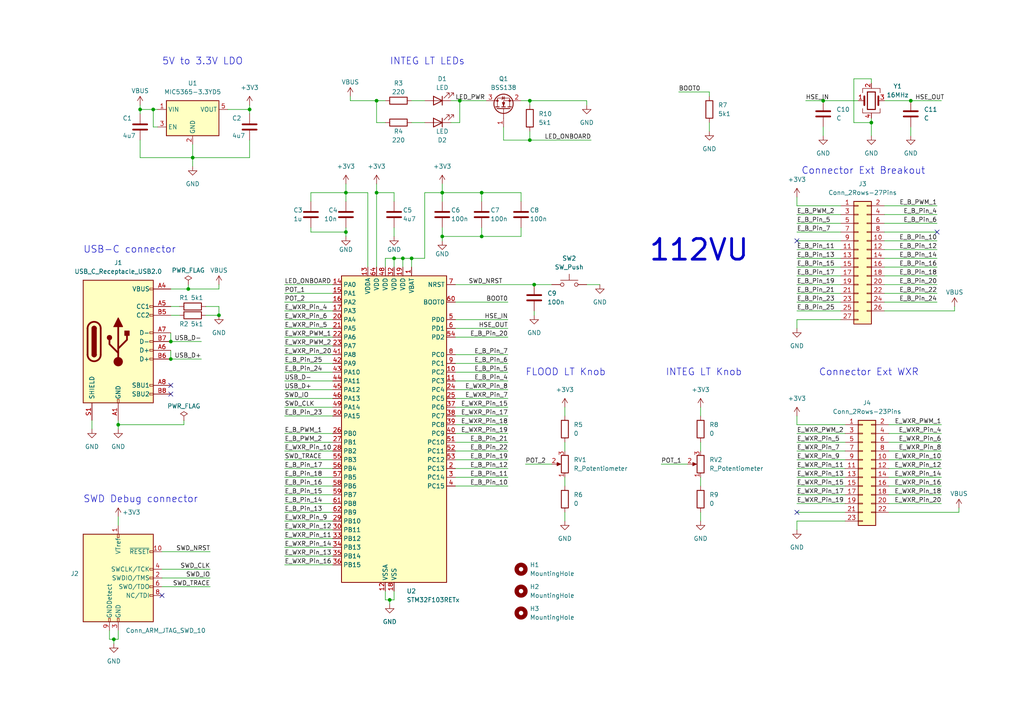
<source format=kicad_sch>
(kicad_sch (version 20230121) (generator eeschema)

  (uuid 5740ca0b-655a-4c19-bd74-b6cca34ce569)

  (paper "A4")

  (title_block
    (title "112VU")
    (date "2024-01-15")
    (rev "0.1")
  )

  

  (junction (at 153.67 29.21) (diameter 0) (color 0 0 0 0)
    (uuid 12d0678d-5c9f-40c4-9c9a-12f345cfdc8d)
  )
  (junction (at 133.35 29.21) (diameter 0) (color 0 0 0 0)
    (uuid 17dd96a3-c263-411b-b285-96174f8c4abd)
  )
  (junction (at 33.02 185.42) (diameter 0) (color 0 0 0 0)
    (uuid 1c60d609-5ff7-4dc2-a60e-07e63366d976)
  )
  (junction (at 55.88 45.72) (diameter 0) (color 0 0 0 0)
    (uuid 2b1921ca-aaa2-4822-ba7a-336bdbbaf8ed)
  )
  (junction (at 113.03 173.99) (diameter 0) (color 0 0 0 0)
    (uuid 2dcbfe76-d796-4daf-a127-d5363b09619b)
  )
  (junction (at 100.33 55.88) (diameter 0) (color 0 0 0 0)
    (uuid 42f629bd-caad-4bce-9a81-ca4768db3007)
  )
  (junction (at 49.53 104.14) (diameter 0) (color 0 0 0 0)
    (uuid 43e22a1c-f404-4373-99bd-0c12eb31405b)
  )
  (junction (at 109.22 29.21) (diameter 0) (color 0 0 0 0)
    (uuid 49cb2f9a-042b-4c31-a10f-99f0faba34b6)
  )
  (junction (at 128.27 68.58) (diameter 0) (color 0 0 0 0)
    (uuid 4d7035fa-b7d3-4f60-adea-61c88f038586)
  )
  (junction (at 128.27 55.88) (diameter 0) (color 0 0 0 0)
    (uuid 4f902fa3-3669-459c-bc2c-d7ee983e1881)
  )
  (junction (at 116.84 74.93) (diameter 0) (color 0 0 0 0)
    (uuid 5f29704b-0318-45e3-8367-e3233859d109)
  )
  (junction (at 139.7 55.88) (diameter 0) (color 0 0 0 0)
    (uuid 6b127d9a-6cfc-4e3b-90a6-5161ca078476)
  )
  (junction (at 49.53 99.06) (diameter 0) (color 0 0 0 0)
    (uuid 6daa3e7b-888a-4e82-aa01-d5da38047bf9)
  )
  (junction (at 54.61 83.82) (diameter 0) (color 0 0 0 0)
    (uuid 7b6ecf54-9f73-4341-80a0-5b87705abb64)
  )
  (junction (at 100.33 67.31) (diameter 0) (color 0 0 0 0)
    (uuid 7cd7764e-36cc-46ca-a4d2-c3264a31cbdc)
  )
  (junction (at 114.3 74.93) (diameter 0) (color 0 0 0 0)
    (uuid 7e3d4d64-3133-4ce4-926f-4031f6f437bf)
  )
  (junction (at 264.16 29.21) (diameter 0) (color 0 0 0 0)
    (uuid 92fdf9fa-8bd9-4df6-8a1b-a85a69af6728)
  )
  (junction (at 34.29 123.19) (diameter 0) (color 0 0 0 0)
    (uuid 94d5499c-1a95-46b2-bf49-6a26cafcdc41)
  )
  (junction (at 139.7 68.58) (diameter 0) (color 0 0 0 0)
    (uuid 9b63773c-1c61-42c8-b559-cb3b72b84658)
  )
  (junction (at 72.39 31.75) (diameter 0) (color 0 0 0 0)
    (uuid a06a4f8a-c415-43dc-b206-90f090ee7299)
  )
  (junction (at 63.5 91.44) (diameter 0) (color 0 0 0 0)
    (uuid a15928d8-4854-48bc-b6b9-4cd713d7b736)
  )
  (junction (at 109.22 55.88) (diameter 0) (color 0 0 0 0)
    (uuid a8bd4085-dd3e-40b8-a542-d0fe6a1d7788)
  )
  (junction (at 153.67 40.64) (diameter 0) (color 0 0 0 0)
    (uuid a94dd8e0-b61f-4707-8a94-5139be3ad4e6)
  )
  (junction (at 238.76 29.21) (diameter 0) (color 0 0 0 0)
    (uuid affe691f-1bdc-435c-8c85-0ecbd2c20f8e)
  )
  (junction (at 40.64 31.75) (diameter 0) (color 0 0 0 0)
    (uuid bbd3779f-e8a7-4198-86fd-95e1eb6bb2bd)
  )
  (junction (at 154.94 82.55) (diameter 0) (color 0 0 0 0)
    (uuid c155270a-fbd6-4fa3-a7b8-3f50564b2c54)
  )
  (junction (at 119.38 74.93) (diameter 0) (color 0 0 0 0)
    (uuid d7425343-d0b1-4493-8a3a-2d18e4f57a0f)
  )
  (junction (at 44.45 31.75) (diameter 0) (color 0 0 0 0)
    (uuid f5bbedea-bb19-475d-929b-c2414a704bca)
  )
  (junction (at 252.73 35.56) (diameter 0) (color 0 0 0 0)
    (uuid fb11841a-c952-4faa-bf14-cc379b950e82)
  )

  (no_connect (at 231.14 69.85) (uuid 196e6fe4-d168-4f96-a85f-ec9db5ea743d))
  (no_connect (at 231.14 148.59) (uuid 36d9693a-3970-4d1a-97c0-e33f9f1a23b4))
  (no_connect (at 49.53 111.76) (uuid 7e52c791-279f-4bf1-af21-d9a95d7156bb))
  (no_connect (at 46.99 172.72) (uuid d5c9b446-c56a-4aec-abce-7eea89857564))
  (no_connect (at 49.53 114.3) (uuid de059341-76dd-4323-a7fc-4a8e07e018d0))
  (no_connect (at 271.78 67.31) (uuid df944613-0d19-4229-a134-073f2c32372c))

  (wire (pts (xy 130.81 35.56) (xy 133.35 35.56))
    (stroke (width 0) (type default))
    (uuid 000f3c30-d2db-4552-8864-58880818cd3d)
  )
  (wire (pts (xy 116.84 74.93) (xy 119.38 74.93))
    (stroke (width 0) (type default))
    (uuid 013fb74b-3b70-411b-b67d-2c95da60f035)
  )
  (wire (pts (xy 256.54 69.85) (xy 271.78 69.85))
    (stroke (width 0) (type default))
    (uuid 031fe79c-6cb6-44de-aa72-5594e8bf2520)
  )
  (wire (pts (xy 203.2 148.59) (xy 203.2 151.13))
    (stroke (width 0) (type default))
    (uuid 0463d66f-3282-4aed-be9f-6e72070b1dd1)
  )
  (wire (pts (xy 128.27 55.88) (xy 139.7 55.88))
    (stroke (width 0) (type default))
    (uuid 04847588-42d6-4ccf-b25e-ffe49c8ebb1c)
  )
  (wire (pts (xy 238.76 36.83) (xy 238.76 39.37))
    (stroke (width 0) (type default))
    (uuid 060e10b8-4e30-461e-8f36-50eb5e16a300)
  )
  (wire (pts (xy 132.08 105.41) (xy 147.32 105.41))
    (stroke (width 0) (type default))
    (uuid 08960750-8fff-4680-92f7-e883b4f1f556)
  )
  (wire (pts (xy 82.55 135.89) (xy 96.52 135.89))
    (stroke (width 0) (type default))
    (uuid 0c29b7a6-eb65-4a8c-b6c8-77fadb9197d6)
  )
  (wire (pts (xy 146.05 40.64) (xy 153.67 40.64))
    (stroke (width 0) (type default))
    (uuid 0ce07208-3281-4298-96f0-47fc35add194)
  )
  (wire (pts (xy 46.99 160.02) (xy 60.96 160.02))
    (stroke (width 0) (type default))
    (uuid 0de6fa0e-bcfd-4405-9a32-2aa7d7605898)
  )
  (wire (pts (xy 82.55 125.73) (xy 96.52 125.73))
    (stroke (width 0) (type default))
    (uuid 0e9adbe9-3fe7-440c-804d-7c61090db9e1)
  )
  (wire (pts (xy 82.55 153.67) (xy 96.52 153.67))
    (stroke (width 0) (type default))
    (uuid 0ea582f6-0a9d-495e-a23b-1fb36f65c7f9)
  )
  (wire (pts (xy 82.55 143.51) (xy 96.52 143.51))
    (stroke (width 0) (type default))
    (uuid 0ef083e0-8845-4bfe-9b50-d16a41e2529c)
  )
  (wire (pts (xy 257.81 125.73) (xy 273.05 125.73))
    (stroke (width 0) (type default))
    (uuid 0fc254ad-7c29-409a-a387-9a1a8fe616ae)
  )
  (wire (pts (xy 128.27 66.04) (xy 128.27 68.58))
    (stroke (width 0) (type default))
    (uuid 10050359-6c5b-4d95-bd60-17b1b97c0e36)
  )
  (wire (pts (xy 114.3 55.88) (xy 114.3 58.42))
    (stroke (width 0) (type default))
    (uuid 1096ab1b-41d8-46da-8912-9f3ba07f8f9b)
  )
  (wire (pts (xy 82.55 95.25) (xy 96.52 95.25))
    (stroke (width 0) (type default))
    (uuid 10efa3f2-df42-4111-b123-4539607ab2b7)
  )
  (wire (pts (xy 132.08 118.11) (xy 147.32 118.11))
    (stroke (width 0) (type default))
    (uuid 11040791-0875-492e-8705-a753fe59a812)
  )
  (wire (pts (xy 33.02 185.42) (xy 33.02 186.69))
    (stroke (width 0) (type default))
    (uuid 11c1a1a1-6e3a-4bcc-9368-5f85763dd2d7)
  )
  (wire (pts (xy 40.64 31.75) (xy 44.45 31.75))
    (stroke (width 0) (type default))
    (uuid 12e0e279-ded3-4a3c-abbe-206edf1f6a0c)
  )
  (wire (pts (xy 231.14 69.85) (xy 243.84 69.85))
    (stroke (width 0) (type default))
    (uuid 13243fec-010d-4bd4-bd89-21f9efbeb84a)
  )
  (wire (pts (xy 231.14 64.77) (xy 243.84 64.77))
    (stroke (width 0) (type default))
    (uuid 133b4311-c7f5-4af2-8bb6-8ec5cd75a6f3)
  )
  (wire (pts (xy 31.75 182.88) (xy 31.75 185.42))
    (stroke (width 0) (type default))
    (uuid 156ae0d1-f1c6-4eba-a8b0-adcedee7fe2c)
  )
  (wire (pts (xy 130.81 29.21) (xy 133.35 29.21))
    (stroke (width 0) (type default))
    (uuid 15ecf47d-089b-435b-a76b-ec8f624d0888)
  )
  (wire (pts (xy 146.05 36.83) (xy 146.05 40.64))
    (stroke (width 0) (type default))
    (uuid 1609296a-5640-4983-84d0-9acaa9c89843)
  )
  (wire (pts (xy 139.7 66.04) (xy 139.7 68.58))
    (stroke (width 0) (type default))
    (uuid 172bb47f-0037-4844-9a9b-51b9e12fd496)
  )
  (wire (pts (xy 114.3 66.04) (xy 114.3 68.58))
    (stroke (width 0) (type default))
    (uuid 17da7ac7-9940-4d33-b3c8-8aa70c7ca9ae)
  )
  (wire (pts (xy 100.33 53.34) (xy 100.33 55.88))
    (stroke (width 0) (type default))
    (uuid 190739b9-e921-4a1b-9d67-4f1ce53b3de1)
  )
  (wire (pts (xy 264.16 36.83) (xy 264.16 39.37))
    (stroke (width 0) (type default))
    (uuid 1c43a984-117c-4f04-a812-e06535f4c5d9)
  )
  (wire (pts (xy 276.86 88.9) (xy 276.86 90.17))
    (stroke (width 0) (type default))
    (uuid 1f2b1ecd-0c60-4765-9bb8-b20521a49bd2)
  )
  (wire (pts (xy 170.18 30.48) (xy 170.18 29.21))
    (stroke (width 0) (type default))
    (uuid 1f342ac5-7492-48b4-a589-ed2402e51c12)
  )
  (wire (pts (xy 46.99 165.1) (xy 60.96 165.1))
    (stroke (width 0) (type default))
    (uuid 1fec02f9-be0f-49be-823d-e9eafad81b29)
  )
  (wire (pts (xy 243.84 59.69) (xy 231.14 59.69))
    (stroke (width 0) (type default))
    (uuid 1ff32272-b4a0-46f6-882e-b6845af06ec9)
  )
  (wire (pts (xy 132.08 107.95) (xy 147.32 107.95))
    (stroke (width 0) (type default))
    (uuid 217e16a5-0ace-4bca-bbae-5b06520e4127)
  )
  (wire (pts (xy 231.14 82.55) (xy 243.84 82.55))
    (stroke (width 0) (type default))
    (uuid 223b2aad-05c4-4155-a521-2918f765a64a)
  )
  (wire (pts (xy 257.81 133.35) (xy 273.05 133.35))
    (stroke (width 0) (type default))
    (uuid 22bd623c-de04-4d6c-b5de-88c1b9bc30dc)
  )
  (wire (pts (xy 132.08 115.57) (xy 147.32 115.57))
    (stroke (width 0) (type default))
    (uuid 23351827-82ed-4f5f-96ce-180325481ad7)
  )
  (wire (pts (xy 55.88 41.91) (xy 55.88 45.72))
    (stroke (width 0) (type default))
    (uuid 23fc5e79-c876-43a1-81f6-a3c4faec6e77)
  )
  (wire (pts (xy 82.55 140.97) (xy 96.52 140.97))
    (stroke (width 0) (type default))
    (uuid 27a472ac-f10e-4972-9358-e8a84ef67b01)
  )
  (wire (pts (xy 257.81 130.81) (xy 273.05 130.81))
    (stroke (width 0) (type default))
    (uuid 299673da-939d-4021-9882-d4f1260776c6)
  )
  (wire (pts (xy 252.73 22.86) (xy 247.65 22.86))
    (stroke (width 0) (type default))
    (uuid 2a9ba7a0-8eaf-4448-9c19-2ae556d2a337)
  )
  (wire (pts (xy 113.03 173.99) (xy 113.03 175.26))
    (stroke (width 0) (type default))
    (uuid 2ac958ed-6ccb-4d2c-80c8-5d730be8c1a2)
  )
  (wire (pts (xy 256.54 82.55) (xy 271.78 82.55))
    (stroke (width 0) (type default))
    (uuid 2badd1b7-1c79-40a4-9d69-9e9b7db0a1bc)
  )
  (wire (pts (xy 231.14 151.13) (xy 245.11 151.13))
    (stroke (width 0) (type default))
    (uuid 2c22f1b9-3970-414e-b2f4-a2b9a405e482)
  )
  (wire (pts (xy 132.08 128.27) (xy 147.32 128.27))
    (stroke (width 0) (type default))
    (uuid 2cabd486-acdd-4659-8814-5a5df849c962)
  )
  (wire (pts (xy 231.14 90.17) (xy 243.84 90.17))
    (stroke (width 0) (type default))
    (uuid 2d116af4-8286-46cf-8ed0-a3060c897ba9)
  )
  (wire (pts (xy 59.69 91.44) (xy 63.5 91.44))
    (stroke (width 0) (type default))
    (uuid 2d3b6166-9244-425b-a981-a4aa007e5ca2)
  )
  (wire (pts (xy 90.17 58.42) (xy 90.17 55.88))
    (stroke (width 0) (type default))
    (uuid 2d44685b-e02e-4177-9d31-d2d8cc237d92)
  )
  (wire (pts (xy 231.14 74.93) (xy 243.84 74.93))
    (stroke (width 0) (type default))
    (uuid 2d680f5b-3b33-482f-bcad-751ae84dc5c8)
  )
  (wire (pts (xy 119.38 29.21) (xy 123.19 29.21))
    (stroke (width 0) (type default))
    (uuid 2f13497b-4181-46ef-8d0d-badc8e4372e9)
  )
  (wire (pts (xy 82.55 120.65) (xy 96.52 120.65))
    (stroke (width 0) (type default))
    (uuid 2f1b32d1-b651-4292-87ce-5c89bfb6d012)
  )
  (wire (pts (xy 49.53 99.06) (xy 58.42 99.06))
    (stroke (width 0) (type default))
    (uuid 2f7abde7-22bd-44eb-bf30-9685557cb1a1)
  )
  (wire (pts (xy 132.08 92.71) (xy 147.32 92.71))
    (stroke (width 0) (type default))
    (uuid 30aa99ea-6a05-4d46-ba9b-2ab146a5806d)
  )
  (wire (pts (xy 82.55 128.27) (xy 96.52 128.27))
    (stroke (width 0) (type default))
    (uuid 30e5cf48-273c-4f32-9cdd-d6154f31c5cb)
  )
  (wire (pts (xy 256.54 29.21) (xy 264.16 29.21))
    (stroke (width 0) (type default))
    (uuid 32fa1ea4-f590-4232-805b-f9e63fc3d051)
  )
  (wire (pts (xy 231.14 128.27) (xy 245.11 128.27))
    (stroke (width 0) (type default))
    (uuid 3371feb1-8598-4157-aad6-46ad00e177e8)
  )
  (wire (pts (xy 231.14 77.47) (xy 243.84 77.47))
    (stroke (width 0) (type default))
    (uuid 36b20240-03f2-4274-b1e0-813d48fac8ba)
  )
  (wire (pts (xy 257.81 143.51) (xy 273.05 143.51))
    (stroke (width 0) (type default))
    (uuid 36b7eac1-0e42-4f59-a373-282ea4823cdf)
  )
  (wire (pts (xy 59.69 88.9) (xy 63.5 88.9))
    (stroke (width 0) (type default))
    (uuid 38edcb7f-f3ff-4204-bf25-e49fbbf5c751)
  )
  (wire (pts (xy 53.34 123.19) (xy 34.29 123.19))
    (stroke (width 0) (type default))
    (uuid 39a70a05-2803-41c0-87b1-0ca49827ba0d)
  )
  (wire (pts (xy 256.54 87.63) (xy 271.78 87.63))
    (stroke (width 0) (type default))
    (uuid 3afc3492-5657-4412-acb5-912b73eac894)
  )
  (wire (pts (xy 106.68 55.88) (xy 100.33 55.88))
    (stroke (width 0) (type default))
    (uuid 3ce25f19-dd47-4b75-b294-47131bdac816)
  )
  (wire (pts (xy 90.17 55.88) (xy 100.33 55.88))
    (stroke (width 0) (type default))
    (uuid 3cecd9e4-1dbd-415d-9a30-c188dca3f7d5)
  )
  (wire (pts (xy 203.2 138.43) (xy 203.2 140.97))
    (stroke (width 0) (type default))
    (uuid 3d1a660e-0865-4f35-b88f-c3fd6f539510)
  )
  (wire (pts (xy 34.29 121.92) (xy 34.29 123.19))
    (stroke (width 0) (type default))
    (uuid 3d20c474-823a-4fb5-a8c6-bcc8402bbcdb)
  )
  (wire (pts (xy 257.81 128.27) (xy 273.05 128.27))
    (stroke (width 0) (type default))
    (uuid 3e826027-6dac-4c42-be7b-04c7bb1fc69d)
  )
  (wire (pts (xy 132.08 123.19) (xy 147.32 123.19))
    (stroke (width 0) (type default))
    (uuid 3ead91cc-d710-4665-a7ed-fadb9108c93a)
  )
  (wire (pts (xy 196.85 26.67) (xy 205.74 26.67))
    (stroke (width 0) (type default))
    (uuid 3ecf414c-08b6-47ca-9695-c09388434a5b)
  )
  (wire (pts (xy 106.68 55.88) (xy 106.68 77.47))
    (stroke (width 0) (type default))
    (uuid 3f1ec9ee-f1bb-4316-a027-a93574520652)
  )
  (wire (pts (xy 132.08 87.63) (xy 147.32 87.63))
    (stroke (width 0) (type default))
    (uuid 410a719c-b38c-4b95-8e72-b6296bfd0097)
  )
  (wire (pts (xy 257.81 146.05) (xy 273.05 146.05))
    (stroke (width 0) (type default))
    (uuid 415bbe1e-b642-4b4f-915b-98d786a16088)
  )
  (wire (pts (xy 82.55 107.95) (xy 96.52 107.95))
    (stroke (width 0) (type default))
    (uuid 41f41795-f978-4530-a575-595191bfc928)
  )
  (wire (pts (xy 203.2 128.27) (xy 203.2 130.81))
    (stroke (width 0) (type default))
    (uuid 4238ec4e-4da9-4362-8bb4-d23dfc45d30a)
  )
  (wire (pts (xy 40.64 31.75) (xy 40.64 33.02))
    (stroke (width 0) (type default))
    (uuid 42b0ae2e-b2e9-432d-9abc-de3c5fe361a6)
  )
  (wire (pts (xy 114.3 74.93) (xy 116.84 74.93))
    (stroke (width 0) (type default))
    (uuid 4363a51d-f381-43ca-b105-45ef52d8ddaa)
  )
  (wire (pts (xy 90.17 67.31) (xy 100.33 67.31))
    (stroke (width 0) (type default))
    (uuid 45264701-2f52-4889-b0f7-633a099ab069)
  )
  (wire (pts (xy 114.3 171.45) (xy 114.3 173.99))
    (stroke (width 0) (type default))
    (uuid 45edc67c-d8d4-4a13-8586-d5c866291a9b)
  )
  (wire (pts (xy 205.74 35.56) (xy 205.74 38.1))
    (stroke (width 0) (type default))
    (uuid 482f4782-d902-4979-8bc1-488e3f2b3f9e)
  )
  (wire (pts (xy 54.61 82.55) (xy 54.61 83.82))
    (stroke (width 0) (type default))
    (uuid 48946026-ecb4-495e-a133-26d8a78f2216)
  )
  (wire (pts (xy 231.14 146.05) (xy 245.11 146.05))
    (stroke (width 0) (type default))
    (uuid 4936c6a1-f790-4016-94bd-7910cf9d3a41)
  )
  (wire (pts (xy 278.13 147.32) (xy 278.13 148.59))
    (stroke (width 0) (type default))
    (uuid 49f3eadb-5930-46fe-be98-ea99e180eb58)
  )
  (wire (pts (xy 191.77 134.62) (xy 199.39 134.62))
    (stroke (width 0) (type default))
    (uuid 4a4522a4-ff68-4daf-962a-123420667ffc)
  )
  (wire (pts (xy 82.55 82.55) (xy 96.52 82.55))
    (stroke (width 0) (type default))
    (uuid 4eec0bee-50c0-4d9d-8e07-8eadde9e9be5)
  )
  (wire (pts (xy 55.88 45.72) (xy 72.39 45.72))
    (stroke (width 0) (type default))
    (uuid 5069b1d8-f44e-4d57-9ff1-71618293e9d5)
  )
  (wire (pts (xy 132.08 113.03) (xy 147.32 113.03))
    (stroke (width 0) (type default))
    (uuid 5265fffc-31ab-4df2-88c1-fb36bf4eb2ac)
  )
  (wire (pts (xy 31.75 185.42) (xy 33.02 185.42))
    (stroke (width 0) (type default))
    (uuid 536249b9-139e-4933-b1ec-ec2ddc1cf787)
  )
  (wire (pts (xy 44.45 31.75) (xy 45.72 31.75))
    (stroke (width 0) (type default))
    (uuid 54b4904a-2b1c-4bcf-b507-c0f6e41dc409)
  )
  (wire (pts (xy 82.55 90.17) (xy 96.52 90.17))
    (stroke (width 0) (type default))
    (uuid 55803bf1-d9ec-4561-b9aa-5f1365f79ea5)
  )
  (wire (pts (xy 116.84 74.93) (xy 116.84 77.47))
    (stroke (width 0) (type default))
    (uuid 56a48f74-af5a-4107-84dd-44320a9aae73)
  )
  (wire (pts (xy 257.81 135.89) (xy 273.05 135.89))
    (stroke (width 0) (type default))
    (uuid 58768011-fcdd-404e-84ba-0b63f98bce65)
  )
  (wire (pts (xy 133.35 29.21) (xy 140.97 29.21))
    (stroke (width 0) (type default))
    (uuid 58c47b34-f93e-4291-8e3b-e914ffffd543)
  )
  (wire (pts (xy 264.16 29.21) (xy 273.05 29.21))
    (stroke (width 0) (type default))
    (uuid 5907fa0b-0e70-4f6d-8d6c-7d5e55e0dce8)
  )
  (wire (pts (xy 231.14 140.97) (xy 245.11 140.97))
    (stroke (width 0) (type default))
    (uuid 597e0541-ae0c-4817-bf22-e3d44995672c)
  )
  (wire (pts (xy 256.54 62.23) (xy 271.78 62.23))
    (stroke (width 0) (type default))
    (uuid 59990080-a5a6-42ea-b452-b5e2eb32ec48)
  )
  (wire (pts (xy 40.64 40.64) (xy 40.64 45.72))
    (stroke (width 0) (type default))
    (uuid 5a72b2e7-5be6-4ea8-8a94-1352dfd7ee75)
  )
  (wire (pts (xy 132.08 110.49) (xy 147.32 110.49))
    (stroke (width 0) (type default))
    (uuid 5a8ccbce-76f7-43a3-b99f-251bc7fe054f)
  )
  (wire (pts (xy 101.6 29.21) (xy 101.6 27.94))
    (stroke (width 0) (type default))
    (uuid 5c950eb7-1208-4e33-a28f-047f0062ef0e)
  )
  (wire (pts (xy 132.08 125.73) (xy 147.32 125.73))
    (stroke (width 0) (type default))
    (uuid 5d279d21-5663-4da3-bb22-bcad169a0a89)
  )
  (wire (pts (xy 109.22 29.21) (xy 111.76 29.21))
    (stroke (width 0) (type default))
    (uuid 5d37c896-6ccd-4eb6-b97d-06fd8af25081)
  )
  (wire (pts (xy 256.54 72.39) (xy 271.78 72.39))
    (stroke (width 0) (type default))
    (uuid 608feaaf-fa2e-445a-9504-c8d17c892dfd)
  )
  (wire (pts (xy 66.04 31.75) (xy 72.39 31.75))
    (stroke (width 0) (type default))
    (uuid 617ce0d8-254e-4a35-8d2b-3f40e2a15518)
  )
  (wire (pts (xy 101.6 29.21) (xy 109.22 29.21))
    (stroke (width 0) (type default))
    (uuid 65b1fcb2-b43f-4fcc-acba-b8b1a3962aca)
  )
  (wire (pts (xy 33.02 185.42) (xy 34.29 185.42))
    (stroke (width 0) (type default))
    (uuid 65e6e68e-3a4c-4246-8e55-43ef27c59119)
  )
  (wire (pts (xy 55.88 48.26) (xy 55.88 45.72))
    (stroke (width 0) (type default))
    (uuid 65e9b324-ad31-4bf7-8cb7-fa7b2f0e9c99)
  )
  (wire (pts (xy 139.7 55.88) (xy 139.7 58.42))
    (stroke (width 0) (type default))
    (uuid 67693e21-e324-4f12-8825-7806fb444906)
  )
  (wire (pts (xy 139.7 55.88) (xy 151.13 55.88))
    (stroke (width 0) (type default))
    (uuid 69360a21-105a-43d7-9090-f199ea503c35)
  )
  (wire (pts (xy 257.81 148.59) (xy 278.13 148.59))
    (stroke (width 0) (type default))
    (uuid 6d7d8464-cb25-47c6-8fae-7b7892073b67)
  )
  (wire (pts (xy 82.55 100.33) (xy 96.52 100.33))
    (stroke (width 0) (type default))
    (uuid 6fd8f0bb-1f58-482c-ae28-354d54e2cbac)
  )
  (wire (pts (xy 111.76 35.56) (xy 109.22 35.56))
    (stroke (width 0) (type default))
    (uuid 7101862f-c57f-4aa3-af9d-aff543c31789)
  )
  (wire (pts (xy 53.34 121.92) (xy 53.34 123.19))
    (stroke (width 0) (type default))
    (uuid 71f493ba-dd60-4cae-a091-d6781bcdb4c5)
  )
  (wire (pts (xy 231.14 143.51) (xy 245.11 143.51))
    (stroke (width 0) (type default))
    (uuid 7219bfcf-349d-4d8b-9553-b1e2dcd0bab2)
  )
  (wire (pts (xy 231.14 120.65) (xy 231.14 123.19))
    (stroke (width 0) (type default))
    (uuid 73a8253f-8f70-427a-b3d3-e7a6b08c2a5d)
  )
  (wire (pts (xy 231.14 130.81) (xy 245.11 130.81))
    (stroke (width 0) (type default))
    (uuid 73ec6d6f-2733-4cc4-8683-50ea407b3164)
  )
  (wire (pts (xy 154.94 82.55) (xy 160.02 82.55))
    (stroke (width 0) (type default))
    (uuid 741fe4cd-926b-4a29-84f1-ccdd0ba31c2a)
  )
  (wire (pts (xy 231.14 151.13) (xy 231.14 153.67))
    (stroke (width 0) (type default))
    (uuid 747b5248-8301-4e1b-b55a-56e84d6eee07)
  )
  (wire (pts (xy 72.39 30.48) (xy 72.39 31.75))
    (stroke (width 0) (type default))
    (uuid 7497168e-5bb9-45d1-9796-74815f86a675)
  )
  (wire (pts (xy 151.13 66.04) (xy 151.13 68.58))
    (stroke (width 0) (type default))
    (uuid 74b5d195-dec1-40be-bdb2-5074d95fca64)
  )
  (wire (pts (xy 132.08 130.81) (xy 147.32 130.81))
    (stroke (width 0) (type default))
    (uuid 75128cf9-d6b9-4888-9486-5947d3293a2b)
  )
  (wire (pts (xy 100.33 68.58) (xy 100.33 67.31))
    (stroke (width 0) (type default))
    (uuid 772b8a54-171c-44c3-a551-6db6ef841204)
  )
  (wire (pts (xy 111.76 171.45) (xy 111.76 173.99))
    (stroke (width 0) (type default))
    (uuid 79388906-8a9b-4e98-9e6d-540af7d14b09)
  )
  (wire (pts (xy 63.5 88.9) (xy 63.5 91.44))
    (stroke (width 0) (type default))
    (uuid 7a98c6ca-86ea-4c9c-81e5-9fb7096c121c)
  )
  (wire (pts (xy 203.2 118.11) (xy 203.2 120.65))
    (stroke (width 0) (type default))
    (uuid 7c72ecde-63ef-4ef8-975a-20557e9b6d92)
  )
  (wire (pts (xy 111.76 74.93) (xy 114.3 74.93))
    (stroke (width 0) (type default))
    (uuid 7d56d791-cc7c-458b-bb36-915452050d31)
  )
  (wire (pts (xy 252.73 24.13) (xy 252.73 22.86))
    (stroke (width 0) (type default))
    (uuid 7e1a8fe5-c113-480b-98be-281a71bf8f43)
  )
  (wire (pts (xy 114.3 173.99) (xy 113.03 173.99))
    (stroke (width 0) (type default))
    (uuid 803f7d38-5a52-4850-a8b5-49aedfadde54)
  )
  (wire (pts (xy 151.13 58.42) (xy 151.13 55.88))
    (stroke (width 0) (type default))
    (uuid 820d98e4-3612-4faf-a029-644f9811c28e)
  )
  (wire (pts (xy 82.55 146.05) (xy 96.52 146.05))
    (stroke (width 0) (type default))
    (uuid 8248fdde-8cf6-4e91-9d94-040c2e0a99de)
  )
  (wire (pts (xy 256.54 80.01) (xy 271.78 80.01))
    (stroke (width 0) (type default))
    (uuid 824e78be-801d-461c-8672-dc59d08534fb)
  )
  (wire (pts (xy 82.55 133.35) (xy 96.52 133.35))
    (stroke (width 0) (type default))
    (uuid 82d79044-4cac-4c1a-8fbe-139954239921)
  )
  (wire (pts (xy 256.54 85.09) (xy 271.78 85.09))
    (stroke (width 0) (type default))
    (uuid 833d2c33-1022-4802-8b1a-31fd8ebff9a8)
  )
  (wire (pts (xy 231.14 133.35) (xy 245.11 133.35))
    (stroke (width 0) (type default))
    (uuid 83ba98b4-689c-42bf-ab2a-05ea9321baf2)
  )
  (wire (pts (xy 132.08 133.35) (xy 147.32 133.35))
    (stroke (width 0) (type default))
    (uuid 83fa09f0-eeb6-45ab-b76c-3983d74e28c7)
  )
  (wire (pts (xy 256.54 90.17) (xy 276.86 90.17))
    (stroke (width 0) (type default))
    (uuid 86365b5d-8df9-4b5e-a5b5-f5c2d2d4bb08)
  )
  (wire (pts (xy 82.55 102.87) (xy 96.52 102.87))
    (stroke (width 0) (type default))
    (uuid 86bc5b74-a4b5-450f-86b4-c4703a81f9e8)
  )
  (wire (pts (xy 231.14 138.43) (xy 245.11 138.43))
    (stroke (width 0) (type default))
    (uuid 875af2e2-3011-49ef-9cf1-3b8d1aa6a558)
  )
  (wire (pts (xy 100.33 55.88) (xy 100.33 58.42))
    (stroke (width 0) (type default))
    (uuid 875dcde3-d9b1-4261-b2ff-4d8621bb8b93)
  )
  (wire (pts (xy 170.18 29.21) (xy 153.67 29.21))
    (stroke (width 0) (type default))
    (uuid 87a4d5cf-d97b-461b-b5ab-2ba8f0629c81)
  )
  (wire (pts (xy 231.14 87.63) (xy 243.84 87.63))
    (stroke (width 0) (type default))
    (uuid 87b458c3-444e-48bd-9c1d-1ce0826eceeb)
  )
  (wire (pts (xy 205.74 26.67) (xy 205.74 27.94))
    (stroke (width 0) (type default))
    (uuid 883bf4a5-8455-467f-a591-ee9602f29502)
  )
  (wire (pts (xy 82.55 151.13) (xy 96.52 151.13))
    (stroke (width 0) (type default))
    (uuid 88a50611-570f-4953-b80c-f4a27d1d97fb)
  )
  (wire (pts (xy 231.14 135.89) (xy 245.11 135.89))
    (stroke (width 0) (type default))
    (uuid 895839e6-bcaf-4bed-84a5-63c5c001abed)
  )
  (wire (pts (xy 132.08 95.25) (xy 147.32 95.25))
    (stroke (width 0) (type default))
    (uuid 89e0a0ee-23eb-46db-9def-3bf9dc353f79)
  )
  (wire (pts (xy 256.54 74.93) (xy 271.78 74.93))
    (stroke (width 0) (type default))
    (uuid 8a27ba5a-2b44-46e6-9194-44c1ea9ca755)
  )
  (wire (pts (xy 82.55 85.09) (xy 96.52 85.09))
    (stroke (width 0) (type default))
    (uuid 8a2c5a05-02a9-4f72-a99a-9052c178574f)
  )
  (wire (pts (xy 40.64 45.72) (xy 55.88 45.72))
    (stroke (width 0) (type default))
    (uuid 8a2ed03c-01db-442d-ab41-f2989ed4129c)
  )
  (wire (pts (xy 26.67 121.92) (xy 26.67 124.46))
    (stroke (width 0) (type default))
    (uuid 8a99a176-4173-4611-a12a-f7950ec44274)
  )
  (wire (pts (xy 247.65 22.86) (xy 247.65 35.56))
    (stroke (width 0) (type default))
    (uuid 8a9c972a-6298-4e80-934b-fa45c02afc70)
  )
  (wire (pts (xy 256.54 67.31) (xy 271.78 67.31))
    (stroke (width 0) (type default))
    (uuid 8bf2fa1a-68c5-40cf-8cf9-f76ca9f8dad0)
  )
  (wire (pts (xy 49.53 91.44) (xy 52.07 91.44))
    (stroke (width 0) (type default))
    (uuid 8c74f273-8b7e-4ca2-81e8-7901219371e0)
  )
  (wire (pts (xy 170.18 82.55) (xy 173.99 82.55))
    (stroke (width 0) (type default))
    (uuid 8c885c0c-31c4-4200-802f-7e61d879f245)
  )
  (wire (pts (xy 82.55 158.75) (xy 96.52 158.75))
    (stroke (width 0) (type default))
    (uuid 8ce17427-3ffa-43d3-9639-d68a991fe58e)
  )
  (wire (pts (xy 133.35 29.21) (xy 133.35 35.56))
    (stroke (width 0) (type default))
    (uuid 8d2b4c80-6992-45f2-86c4-a0d67b7cb13a)
  )
  (wire (pts (xy 231.14 57.15) (xy 231.14 59.69))
    (stroke (width 0) (type default))
    (uuid 8d5de446-8ea0-4e2c-88cb-515e9930840d)
  )
  (wire (pts (xy 72.39 40.64) (xy 72.39 45.72))
    (stroke (width 0) (type default))
    (uuid 8dd4ecfb-1365-4fa9-95ee-596aaef991f9)
  )
  (wire (pts (xy 100.33 66.04) (xy 100.33 67.31))
    (stroke (width 0) (type default))
    (uuid 8fa94511-37ed-4cdf-ae80-ad28560ba829)
  )
  (wire (pts (xy 257.81 123.19) (xy 273.05 123.19))
    (stroke (width 0) (type default))
    (uuid 9042c39c-7f3c-48c8-aa43-ed5f6324b714)
  )
  (wire (pts (xy 109.22 55.88) (xy 109.22 77.47))
    (stroke (width 0) (type default))
    (uuid 9118a413-570e-456d-8544-5ad51bdedb93)
  )
  (wire (pts (xy 82.55 97.79) (xy 96.52 97.79))
    (stroke (width 0) (type default))
    (uuid 95b109bf-ad2b-41a1-8ef3-f7b1f141e0c8)
  )
  (wire (pts (xy 247.65 35.56) (xy 252.73 35.56))
    (stroke (width 0) (type default))
    (uuid 96fc5858-63dd-49a8-b576-bcb09045a011)
  )
  (wire (pts (xy 82.55 113.03) (xy 96.52 113.03))
    (stroke (width 0) (type default))
    (uuid 973c4ad4-b1f5-4df9-8386-815adf02b00d)
  )
  (wire (pts (xy 132.08 97.79) (xy 147.32 97.79))
    (stroke (width 0) (type default))
    (uuid 9765c0ad-c9b5-45c4-8707-c5f5c5d4c109)
  )
  (wire (pts (xy 256.54 77.47) (xy 271.78 77.47))
    (stroke (width 0) (type default))
    (uuid 9773d962-e428-4d77-8182-2107c0b10c1e)
  )
  (wire (pts (xy 82.55 118.11) (xy 96.52 118.11))
    (stroke (width 0) (type default))
    (uuid 97b0a11a-842a-4306-addf-07605f0abe5e)
  )
  (wire (pts (xy 231.14 80.01) (xy 243.84 80.01))
    (stroke (width 0) (type default))
    (uuid 9ae34e4e-7b0b-4b05-a8c3-83634817b0b0)
  )
  (wire (pts (xy 123.19 74.93) (xy 119.38 74.93))
    (stroke (width 0) (type default))
    (uuid 9c1389ee-d1ac-4160-a071-ae9bc87d0207)
  )
  (wire (pts (xy 44.45 31.75) (xy 44.45 36.83))
    (stroke (width 0) (type default))
    (uuid 9dec89b7-c224-4aa2-9bf9-b10938e96d26)
  )
  (wire (pts (xy 257.81 138.43) (xy 273.05 138.43))
    (stroke (width 0) (type default))
    (uuid 9e4086da-7dba-48b9-865a-6daee9bba9fa)
  )
  (wire (pts (xy 139.7 68.58) (xy 128.27 68.58))
    (stroke (width 0) (type default))
    (uuid a00cf6c7-48b6-499b-81e4-ea9bbe9d2e84)
  )
  (wire (pts (xy 257.81 140.97) (xy 273.05 140.97))
    (stroke (width 0) (type default))
    (uuid a0cac51b-3f4f-4f47-a98c-7d06e17e1ff3)
  )
  (wire (pts (xy 49.53 83.82) (xy 54.61 83.82))
    (stroke (width 0) (type default))
    (uuid a2588a20-b6e1-49e7-860b-aa2319f68eff)
  )
  (wire (pts (xy 256.54 59.69) (xy 271.78 59.69))
    (stroke (width 0) (type default))
    (uuid a2e9c4bd-bb42-42d0-a00e-0163ec9a9fd3)
  )
  (wire (pts (xy 128.27 53.34) (xy 128.27 55.88))
    (stroke (width 0) (type default))
    (uuid a2fd1a21-2bdd-436d-a848-15dd58af18e8)
  )
  (wire (pts (xy 231.14 72.39) (xy 243.84 72.39))
    (stroke (width 0) (type default))
    (uuid a3657415-e888-4ac5-92cb-b7f31a19d987)
  )
  (wire (pts (xy 163.83 118.11) (xy 163.83 120.65))
    (stroke (width 0) (type default))
    (uuid a5f801e1-bf14-4d39-9a86-026faa48d36c)
  )
  (wire (pts (xy 132.08 135.89) (xy 147.32 135.89))
    (stroke (width 0) (type default))
    (uuid a692649b-0fe6-45b3-9067-990686a6b0ae)
  )
  (wire (pts (xy 40.64 30.48) (xy 40.64 31.75))
    (stroke (width 0) (type default))
    (uuid a6ac18dc-e524-4ce1-93db-ea7a2f95938b)
  )
  (wire (pts (xy 119.38 35.56) (xy 123.19 35.56))
    (stroke (width 0) (type default))
    (uuid a70ce733-9cba-408d-b091-a4730dfaa74a)
  )
  (wire (pts (xy 132.08 120.65) (xy 147.32 120.65))
    (stroke (width 0) (type default))
    (uuid a70e97d9-36a3-4410-a80a-2412c19f173a)
  )
  (wire (pts (xy 231.14 67.31) (xy 243.84 67.31))
    (stroke (width 0) (type default))
    (uuid a9e936fd-3ba9-42fb-8ae3-eeee5a815792)
  )
  (wire (pts (xy 252.73 35.56) (xy 252.73 39.37))
    (stroke (width 0) (type default))
    (uuid aae282ba-9e54-42f3-95d2-ef87502cb378)
  )
  (wire (pts (xy 82.55 156.21) (xy 96.52 156.21))
    (stroke (width 0) (type default))
    (uuid ac1b4d2a-4735-4685-8dd7-4dfcf15f0f2d)
  )
  (wire (pts (xy 90.17 66.04) (xy 90.17 67.31))
    (stroke (width 0) (type default))
    (uuid ac5d5909-c690-42fa-b195-c25b5c9bcd39)
  )
  (wire (pts (xy 82.55 138.43) (xy 96.52 138.43))
    (stroke (width 0) (type default))
    (uuid ad5af50b-de14-4aef-99cf-9c6a9090d89f)
  )
  (wire (pts (xy 163.83 128.27) (xy 163.83 130.81))
    (stroke (width 0) (type default))
    (uuid b1e522d1-54ef-4188-ab60-62b1ba5e6f33)
  )
  (wire (pts (xy 233.68 29.21) (xy 238.76 29.21))
    (stroke (width 0) (type default))
    (uuid b26ee8f7-dd4b-46ad-88a5-4abb8eb3c891)
  )
  (wire (pts (xy 238.76 29.21) (xy 248.92 29.21))
    (stroke (width 0) (type default))
    (uuid b2d1126c-00d9-4148-bc6e-8cf31fc07554)
  )
  (wire (pts (xy 153.67 29.21) (xy 153.67 30.48))
    (stroke (width 0) (type default))
    (uuid b4e2276c-01ac-4579-90fa-c69c90048c22)
  )
  (wire (pts (xy 128.27 58.42) (xy 128.27 55.88))
    (stroke (width 0) (type default))
    (uuid b598e7ba-dbfc-4d15-8685-aa38a769097f)
  )
  (wire (pts (xy 252.73 34.29) (xy 252.73 35.56))
    (stroke (width 0) (type default))
    (uuid b670967e-1494-44bd-af11-1a2c574eea93)
  )
  (wire (pts (xy 243.84 92.71) (xy 231.14 92.71))
    (stroke (width 0) (type default))
    (uuid b85c2e28-cb91-43f8-bc25-e1c3fe9e5ca1)
  )
  (wire (pts (xy 109.22 35.56) (xy 109.22 29.21))
    (stroke (width 0) (type default))
    (uuid b8aa2c76-7704-4d5d-9cdb-6ab39f6708b9)
  )
  (wire (pts (xy 139.7 68.58) (xy 151.13 68.58))
    (stroke (width 0) (type default))
    (uuid bbdce7f2-1736-4e39-ad75-babc98c65ddc)
  )
  (wire (pts (xy 34.29 123.19) (xy 34.29 124.46))
    (stroke (width 0) (type default))
    (uuid bc535585-6f32-43c3-9d16-8725ee61be2e)
  )
  (wire (pts (xy 231.14 92.71) (xy 231.14 95.25))
    (stroke (width 0) (type default))
    (uuid bc9f10bf-ab4d-4c06-bad2-b7d1e58f37aa)
  )
  (wire (pts (xy 46.99 170.18) (xy 60.96 170.18))
    (stroke (width 0) (type default))
    (uuid bfac506f-e1a6-4622-a607-d985153c1aa6)
  )
  (wire (pts (xy 82.55 148.59) (xy 96.52 148.59))
    (stroke (width 0) (type default))
    (uuid c08f800c-56a9-424c-a9a8-de13a96a8c0b)
  )
  (wire (pts (xy 49.53 104.14) (xy 58.42 104.14))
    (stroke (width 0) (type default))
    (uuid c42a38e6-3f55-4708-a440-7eca77ca9ca6)
  )
  (wire (pts (xy 128.27 55.88) (xy 123.19 55.88))
    (stroke (width 0) (type default))
    (uuid c6307afa-3f46-40e9-820a-a0d1d4fe0962)
  )
  (wire (pts (xy 132.08 140.97) (xy 147.32 140.97))
    (stroke (width 0) (type default))
    (uuid c80c178e-9363-4569-9112-69b769383390)
  )
  (wire (pts (xy 72.39 31.75) (xy 72.39 33.02))
    (stroke (width 0) (type default))
    (uuid c8e0fe5f-bc49-458e-99e2-e546638ed0aa)
  )
  (wire (pts (xy 82.55 92.71) (xy 96.52 92.71))
    (stroke (width 0) (type default))
    (uuid c914acef-66f6-433a-b06e-10005b57de3d)
  )
  (wire (pts (xy 132.08 102.87) (xy 147.32 102.87))
    (stroke (width 0) (type default))
    (uuid cb78f980-117e-4295-ade2-ad0f97ba5137)
  )
  (wire (pts (xy 154.94 90.17) (xy 154.94 91.44))
    (stroke (width 0) (type default))
    (uuid cc7ec28a-1d01-4242-921c-2d4eabe61a4f)
  )
  (wire (pts (xy 119.38 74.93) (xy 119.38 77.47))
    (stroke (width 0) (type default))
    (uuid cddd9400-0c29-4c15-aec5-cab32fa55507)
  )
  (wire (pts (xy 153.67 40.64) (xy 171.45 40.64))
    (stroke (width 0) (type default))
    (uuid cfb759bf-b2f9-41de-9913-ae6f75e3c947)
  )
  (wire (pts (xy 49.53 101.6) (xy 49.53 104.14))
    (stroke (width 0) (type default))
    (uuid d1ca6074-30e0-4e2f-8751-62359f5a8cff)
  )
  (wire (pts (xy 132.08 82.55) (xy 154.94 82.55))
    (stroke (width 0) (type default))
    (uuid d1e60619-9df3-4a2e-bf5e-043c7294764f)
  )
  (wire (pts (xy 34.29 149.86) (xy 34.29 152.4))
    (stroke (width 0) (type default))
    (uuid d271fe32-8888-45e6-969b-5001f0093860)
  )
  (wire (pts (xy 163.83 138.43) (xy 163.83 140.97))
    (stroke (width 0) (type default))
    (uuid d3c90db5-98ba-4334-b5f1-7b92b77d787e)
  )
  (wire (pts (xy 34.29 182.88) (xy 34.29 185.42))
    (stroke (width 0) (type default))
    (uuid d3d73c7f-77a5-48d7-85d4-7912f3d988c9)
  )
  (wire (pts (xy 123.19 55.88) (xy 123.19 74.93))
    (stroke (width 0) (type default))
    (uuid d48851ac-877a-4a5b-8a63-0ffd5af2fec7)
  )
  (wire (pts (xy 82.55 115.57) (xy 96.52 115.57))
    (stroke (width 0) (type default))
    (uuid d58c218b-e3cd-41db-a20c-2c63b91814a1)
  )
  (wire (pts (xy 151.13 29.21) (xy 153.67 29.21))
    (stroke (width 0) (type default))
    (uuid d985827e-94f9-4201-860f-ac3355dbec28)
  )
  (wire (pts (xy 231.14 148.59) (xy 245.11 148.59))
    (stroke (width 0) (type default))
    (uuid dced2b5a-788c-4b4a-b8ea-78f8fc95c733)
  )
  (wire (pts (xy 46.99 167.64) (xy 60.96 167.64))
    (stroke (width 0) (type default))
    (uuid de8d426f-2509-4b7c-b6fa-ebd0854923c1)
  )
  (wire (pts (xy 153.67 38.1) (xy 153.67 40.64))
    (stroke (width 0) (type default))
    (uuid e00ef5ad-63c1-4b6a-885e-cc0b5adab65d)
  )
  (wire (pts (xy 132.08 138.43) (xy 147.32 138.43))
    (stroke (width 0) (type default))
    (uuid e08e04c2-25f0-4745-aad8-e744817bc30c)
  )
  (wire (pts (xy 63.5 82.55) (xy 63.5 83.82))
    (stroke (width 0) (type default))
    (uuid e1886fc6-46bf-4baf-9b02-66595f4e62c5)
  )
  (wire (pts (xy 128.27 68.58) (xy 128.27 69.85))
    (stroke (width 0) (type default))
    (uuid e3055f06-076e-4994-833c-bf47290e6687)
  )
  (wire (pts (xy 82.55 163.83) (xy 96.52 163.83))
    (stroke (width 0) (type default))
    (uuid e31b0eea-5996-4d8a-8c6a-d6b0f79c034e)
  )
  (wire (pts (xy 113.03 173.99) (xy 111.76 173.99))
    (stroke (width 0) (type default))
    (uuid e6471839-40d2-4b20-9eea-92fc5229222c)
  )
  (wire (pts (xy 111.76 77.47) (xy 111.76 74.93))
    (stroke (width 0) (type default))
    (uuid e66d4057-b678-40ff-a1b8-c0f040772caa)
  )
  (wire (pts (xy 49.53 88.9) (xy 52.07 88.9))
    (stroke (width 0) (type default))
    (uuid e68f5d6c-9068-4d1e-b70d-67d758c67d22)
  )
  (wire (pts (xy 114.3 74.93) (xy 114.3 77.47))
    (stroke (width 0) (type default))
    (uuid e6e87f00-0ba5-4fc0-8708-cb520b533b6d)
  )
  (wire (pts (xy 109.22 53.34) (xy 109.22 55.88))
    (stroke (width 0) (type default))
    (uuid e79b5f75-0f3d-460c-bbb2-f1e1ba6d2233)
  )
  (wire (pts (xy 114.3 55.88) (xy 109.22 55.88))
    (stroke (width 0) (type default))
    (uuid e9ff5882-94d5-46e5-978d-fc46faa5f76e)
  )
  (wire (pts (xy 231.14 125.73) (xy 245.11 125.73))
    (stroke (width 0) (type default))
    (uuid eac85228-b86f-4324-a3bd-85a16c52bb5c)
  )
  (wire (pts (xy 152.4 134.62) (xy 160.02 134.62))
    (stroke (width 0) (type default))
    (uuid ebdd0e5f-47be-49c2-aabc-4f34458254cf)
  )
  (wire (pts (xy 163.83 148.59) (xy 163.83 151.13))
    (stroke (width 0) (type default))
    (uuid ebf84a6a-e2af-485c-9787-0d07e9bc7f2d)
  )
  (wire (pts (xy 82.55 105.41) (xy 96.52 105.41))
    (stroke (width 0) (type default))
    (uuid ec3f17c4-1b5e-458b-bf46-9b7cc08db01c)
  )
  (wire (pts (xy 45.72 36.83) (xy 44.45 36.83))
    (stroke (width 0) (type default))
    (uuid ee9e74b9-a797-498e-ae06-2f5645a7b57d)
  )
  (wire (pts (xy 82.55 161.29) (xy 96.52 161.29))
    (stroke (width 0) (type default))
    (uuid f2439288-c252-4a56-bf53-ab962dbb8101)
  )
  (wire (pts (xy 54.61 83.82) (xy 63.5 83.82))
    (stroke (width 0) (type default))
    (uuid f4155702-c037-41cc-aca7-32839828243d)
  )
  (wire (pts (xy 256.54 64.77) (xy 271.78 64.77))
    (stroke (width 0) (type default))
    (uuid f518c24c-06cb-4191-9710-91c75edebf70)
  )
  (wire (pts (xy 82.55 87.63) (xy 96.52 87.63))
    (stroke (width 0) (type default))
    (uuid f5485363-ee56-4e49-b3fc-2896153c6a0d)
  )
  (wire (pts (xy 82.55 110.49) (xy 96.52 110.49))
    (stroke (width 0) (type default))
    (uuid f568153a-fbb2-4d32-a8d3-967e4a1308b8)
  )
  (wire (pts (xy 231.14 123.19) (xy 245.11 123.19))
    (stroke (width 0) (type default))
    (uuid f63ad809-2c85-4250-b106-902d5fd3b9af)
  )
  (wire (pts (xy 231.14 62.23) (xy 243.84 62.23))
    (stroke (width 0) (type default))
    (uuid f6503028-8108-4b82-b386-f4e02470ba64)
  )
  (wire (pts (xy 49.53 96.52) (xy 49.53 99.06))
    (stroke (width 0) (type default))
    (uuid fa3fbbf8-9d7c-4c27-b29b-c7600a68ddb4)
  )
  (wire (pts (xy 231.14 85.09) (xy 243.84 85.09))
    (stroke (width 0) (type default))
    (uuid fcabc11b-4d57-42df-96f5-59d69773d6e6)
  )
  (wire (pts (xy 82.55 130.81) (xy 96.52 130.81))
    (stroke (width 0) (type default))
    (uuid fdd3c67c-f0a6-4867-aa2e-c9fb46c02421)
  )

  (text "INTEG LT LEDs" (at 113.03 19.05 0)
    (effects (font (size 2 2)) (justify left bottom))
    (uuid 0a1e962e-076b-42f6-a00c-66090194340a)
  )
  (text "Connector Ext Breakout" (at 232.41 50.8 0)
    (effects (font (size 2 2)) (justify left bottom))
    (uuid 1ef8f101-a1c7-49e4-86e3-90068dc36021)
  )
  (text "FLOOD LT Knob" (at 152.4 109.22 0)
    (effects (font (size 2 2)) (justify left bottom))
    (uuid 3cb537d5-1194-485e-bb3f-7802fcb18862)
  )
  (text "INTEG LT Knob" (at 193.04 109.22 0)
    (effects (font (size 2 2)) (justify left bottom))
    (uuid 428f386b-c4b2-4ca2-845b-9e23fb41469e)
  )
  (text "USB-C connector" (at 24.13 73.66 0)
    (effects (font (size 2 2)) (justify left bottom))
    (uuid 73546573-846a-42be-a184-72492a70e48a)
  )
  (text "Connector Ext WXR" (at 237.49 109.22 0)
    (effects (font (size 2 2)) (justify left bottom))
    (uuid 89112b46-8fb3-4090-8c16-2410024d4f51)
  )
  (text "SWD Debug connector" (at 24.13 146.05 0)
    (effects (font (size 2 2)) (justify left bottom))
    (uuid aeb5fad9-a442-4ec1-af74-5842be54467e)
  )
  (text "112VU" (at 187.96 76.2 0)
    (effects (font (size 6 6) (thickness 0.8) bold) (justify left bottom))
    (uuid dad8b56c-3a07-430a-a4c3-8efe21e407f8)
  )
  (text "5V to 3.3V LDO" (at 46.99 19.05 0)
    (effects (font (size 2 2)) (justify left bottom))
    (uuid e020d38a-de30-4d26-9592-7a007cdfd95a)
  )

  (label "E_WXR_Pin_8" (at 147.32 113.03 180) (fields_autoplaced)
    (effects (font (size 1.27 1.27)) (justify right bottom))
    (uuid 0073db43-8d16-4c8c-b06e-ce71ee00075b)
  )
  (label "E_B_PWM_2" (at 82.55 128.27 0) (fields_autoplaced)
    (effects (font (size 1.27 1.27)) (justify left bottom))
    (uuid 019ef954-5fd5-4ddc-b620-69d894b8542a)
  )
  (label "E_B_Pin_25" (at 231.14 90.17 0) (fields_autoplaced)
    (effects (font (size 1.27 1.27)) (justify left bottom))
    (uuid 0229edee-80db-4851-88af-e743c01ef405)
  )
  (label "E_WXR_Pin_12" (at 82.55 153.67 0) (fields_autoplaced)
    (effects (font (size 1.27 1.27)) (justify left bottom))
    (uuid 02c1b82e-ada7-4dbb-bedc-307111e54a79)
  )
  (label "E_B_Pin_7" (at 147.32 102.87 180) (fields_autoplaced)
    (effects (font (size 1.27 1.27)) (justify right bottom))
    (uuid 030b1af6-9787-45f5-8fb6-f56da647aaf2)
  )
  (label "E_B_PWM_1" (at 271.78 59.69 180) (fields_autoplaced)
    (effects (font (size 1.27 1.27)) (justify right bottom))
    (uuid 0325e217-5396-43dd-b87d-9bddb39b074f)
  )
  (label "LED_ONBOARD" (at 171.45 40.64 180) (fields_autoplaced)
    (effects (font (size 1.27 1.27)) (justify right bottom))
    (uuid 05ec2665-52ca-4b00-9c42-8ad85b29d1f3)
  )
  (label "E_WXR_PWM_1" (at 273.05 123.19 180) (fields_autoplaced)
    (effects (font (size 1.27 1.27)) (justify right bottom))
    (uuid 08dfd7d2-33a0-4809-9927-38aafcd1d906)
  )
  (label "E_B_Pin_4" (at 147.32 110.49 180) (fields_autoplaced)
    (effects (font (size 1.27 1.27)) (justify right bottom))
    (uuid 0b7c9e12-7e59-489f-a679-99f2a8e7b39b)
  )
  (label "E_WXR_Pin_9" (at 82.55 151.13 0) (fields_autoplaced)
    (effects (font (size 1.27 1.27)) (justify left bottom))
    (uuid 0f9eeff5-0f40-45cc-9754-b8c94aba65c5)
  )
  (label "E_WXR_Pin_17" (at 231.14 143.51 0) (fields_autoplaced)
    (effects (font (size 1.27 1.27)) (justify left bottom))
    (uuid 101292d7-5858-4a09-ad3a-a82064d867b7)
  )
  (label "E_B_Pin_11" (at 231.14 72.39 0) (fields_autoplaced)
    (effects (font (size 1.27 1.27)) (justify left bottom))
    (uuid 1051860c-5587-4756-96ef-7ab8b55b7ee2)
  )
  (label "USB_D+" (at 82.55 113.03 0) (fields_autoplaced)
    (effects (font (size 1.27 1.27)) (justify left bottom))
    (uuid 1161dc76-0555-4d35-93c3-8c6f37da7dbc)
  )
  (label "E_WXR_Pin_5" (at 231.14 128.27 0) (fields_autoplaced)
    (effects (font (size 1.27 1.27)) (justify left bottom))
    (uuid 116a482f-080b-45ad-91bb-e37457aa84f4)
  )
  (label "E_WXR_Pin_20" (at 273.05 146.05 180) (fields_autoplaced)
    (effects (font (size 1.27 1.27)) (justify right bottom))
    (uuid 169b2193-a5e8-4555-9d2a-b9788fe78314)
  )
  (label "E_WXR_Pin_18" (at 273.05 143.51 180) (fields_autoplaced)
    (effects (font (size 1.27 1.27)) (justify right bottom))
    (uuid 17a1a866-5ca0-48d5-910e-b42831aaeacc)
  )
  (label "E_WXR_Pin_18" (at 147.32 123.19 180) (fields_autoplaced)
    (effects (font (size 1.27 1.27)) (justify right bottom))
    (uuid 17c779f0-a3e6-4f76-81b4-9788c77ae000)
  )
  (label "E_B_Pin_19" (at 147.32 133.35 180) (fields_autoplaced)
    (effects (font (size 1.27 1.27)) (justify right bottom))
    (uuid 18561ed9-6e4f-4903-8c63-ad4975021a95)
  )
  (label "E_B_Pin_14" (at 82.55 146.05 0) (fields_autoplaced)
    (effects (font (size 1.27 1.27)) (justify left bottom))
    (uuid 1d9088a9-df88-4d14-9f20-1f58a564f256)
  )
  (label "E_WXR_PWM_2" (at 82.55 100.33 0) (fields_autoplaced)
    (effects (font (size 1.27 1.27)) (justify left bottom))
    (uuid 1e38f08b-8a91-479f-acec-148f3398786e)
  )
  (label "E_B_Pin_6" (at 271.78 64.77 180) (fields_autoplaced)
    (effects (font (size 1.27 1.27)) (justify right bottom))
    (uuid 1e69b8ef-d58e-4e4a-8141-058144ffb9c6)
  )
  (label "E_WXR_Pin_10" (at 273.05 133.35 180) (fields_autoplaced)
    (effects (font (size 1.27 1.27)) (justify right bottom))
    (uuid 1f885dd2-ddcb-416c-8d0c-7e90a38c3350)
  )
  (label "E_WXR_Pin_19" (at 147.32 125.73 180) (fields_autoplaced)
    (effects (font (size 1.27 1.27)) (justify right bottom))
    (uuid 208c293c-4e04-4f2f-b45f-c43710be9f83)
  )
  (label "SWD_CLK" (at 82.55 118.11 0) (fields_autoplaced)
    (effects (font (size 1.27 1.27)) (justify left bottom))
    (uuid 22f93126-8858-4e92-97f0-cf93ab491f4d)
  )
  (label "E_WXR_PWM_1" (at 82.55 97.79 0) (fields_autoplaced)
    (effects (font (size 1.27 1.27)) (justify left bottom))
    (uuid 23a54230-cd71-48b0-9697-a0dff3575dcc)
  )
  (label "E_B_Pin_23" (at 231.14 87.63 0) (fields_autoplaced)
    (effects (font (size 1.27 1.27)) (justify left bottom))
    (uuid 2943a762-2794-462a-87bb-32ee9435cf72)
  )
  (label "POT_2" (at 152.4 134.62 0) (fields_autoplaced)
    (effects (font (size 1.27 1.27)) (justify left bottom))
    (uuid 34f1a60b-117f-4ad9-84c9-9f846c7f41b0)
  )
  (label "E_WXR_Pin_4" (at 82.55 90.17 0) (fields_autoplaced)
    (effects (font (size 1.27 1.27)) (justify left bottom))
    (uuid 35a01b93-5ac3-4786-84e5-7b69ee1606db)
  )
  (label "E_WXR_Pin_6" (at 273.05 128.27 180) (fields_autoplaced)
    (effects (font (size 1.27 1.27)) (justify right bottom))
    (uuid 363ff96a-6e9c-4525-a8ad-c0fa1ad545e0)
  )
  (label "E_B_Pin_5" (at 231.14 64.77 0) (fields_autoplaced)
    (effects (font (size 1.27 1.27)) (justify left bottom))
    (uuid 372644d4-a58f-4fba-a2af-238dfec56b52)
  )
  (label "E_WXR_Pin_7" (at 147.32 115.57 180) (fields_autoplaced)
    (effects (font (size 1.27 1.27)) (justify right bottom))
    (uuid 389a95d3-53e8-4497-acfa-3d2c00cc55c9)
  )
  (label "USB_D+" (at 58.42 104.14 180) (fields_autoplaced)
    (effects (font (size 1.27 1.27)) (justify right bottom))
    (uuid 3adb3630-1788-4931-b8b2-8a7dab223eb2)
  )
  (label "E_B_Pin_6" (at 147.32 105.41 180) (fields_autoplaced)
    (effects (font (size 1.27 1.27)) (justify right bottom))
    (uuid 3c1e7991-c50d-416f-a696-bbdf0af5219e)
  )
  (label "E_WXR_Pin_14" (at 82.55 158.75 0) (fields_autoplaced)
    (effects (font (size 1.27 1.27)) (justify left bottom))
    (uuid 3c681766-e4da-4785-94a8-409b05420bf3)
  )
  (label "HSE_IN" (at 233.68 29.21 0) (fields_autoplaced)
    (effects (font (size 1.27 1.27)) (justify left bottom))
    (uuid 438edb37-ba81-4f2f-934f-782f959d589f)
  )
  (label "E_WXR_Pin_17" (at 147.32 120.65 180) (fields_autoplaced)
    (effects (font (size 1.27 1.27)) (justify right bottom))
    (uuid 4d45a14e-a63c-411e-bcfb-dd833ee67122)
  )
  (label "E_WXR_Pin_5" (at 82.55 95.25 0) (fields_autoplaced)
    (effects (font (size 1.27 1.27)) (justify left bottom))
    (uuid 4f6d5027-5f7d-4c54-876e-1fe1c61e0dec)
  )
  (label "BOOT0" (at 196.85 26.67 0) (fields_autoplaced)
    (effects (font (size 1.27 1.27)) (justify left bottom))
    (uuid 528856ae-5dee-4b8e-94fb-fd3e5a8badab)
  )
  (label "E_WXR_Pin_15" (at 231.14 140.97 0) (fields_autoplaced)
    (effects (font (size 1.27 1.27)) (justify left bottom))
    (uuid 53738621-4eaf-4462-8ef0-cded5b5a8b0a)
  )
  (label "E_B_Pin_12" (at 147.32 135.89 180) (fields_autoplaced)
    (effects (font (size 1.27 1.27)) (justify right bottom))
    (uuid 56d51cfc-cdf4-4ba8-8fc3-769a2dff18e7)
  )
  (label "E_WXR_Pin_13" (at 82.55 161.29 0) (fields_autoplaced)
    (effects (font (size 1.27 1.27)) (justify left bottom))
    (uuid 591fc23a-1269-4f1a-bdfd-cbbd7a4c7885)
  )
  (label "E_WXR_Pin_15" (at 147.32 118.11 180) (fields_autoplaced)
    (effects (font (size 1.27 1.27)) (justify right bottom))
    (uuid 5a010966-a82a-47bd-81d5-2e37bedd7107)
  )
  (label "LED_ONBOARD" (at 82.55 82.55 0) (fields_autoplaced)
    (effects (font (size 1.27 1.27)) (justify left bottom))
    (uuid 5ad831fb-c6f6-4c47-bfae-c3b09fa5a0b6)
  )
  (label "E_B_Pin_18" (at 271.78 80.01 180) (fields_autoplaced)
    (effects (font (size 1.27 1.27)) (justify right bottom))
    (uuid 5e28fdb3-9cb2-4db5-b649-cc6f2ab14c15)
  )
  (label "HSE_OUT" (at 147.32 95.25 180) (fields_autoplaced)
    (effects (font (size 1.27 1.27)) (justify right bottom))
    (uuid 5f5d2f8e-333c-4cdb-8a3b-5053d8a935cf)
  )
  (label "E_B_Pin_17" (at 82.55 135.89 0) (fields_autoplaced)
    (effects (font (size 1.27 1.27)) (justify left bottom))
    (uuid 637f56f7-4fbf-4832-812e-bd8a6a223945)
  )
  (label "USB_D-" (at 82.55 110.49 0) (fields_autoplaced)
    (effects (font (size 1.27 1.27)) (justify left bottom))
    (uuid 6484e5f8-8321-4d62-baea-7215648a16d7)
  )
  (label "E_B_Pin_15" (at 82.55 143.51 0) (fields_autoplaced)
    (effects (font (size 1.27 1.27)) (justify left bottom))
    (uuid 65b07b59-b104-4a0a-99fa-88cedb30b576)
  )
  (label "E_B_Pin_15" (at 231.14 77.47 0) (fields_autoplaced)
    (effects (font (size 1.27 1.27)) (justify left bottom))
    (uuid 69160fa2-2d52-4c38-8de4-9149579c58ab)
  )
  (label "E_B_Pin_21" (at 147.32 128.27 180) (fields_autoplaced)
    (effects (font (size 1.27 1.27)) (justify right bottom))
    (uuid 6bf4d748-094f-424e-aa33-74a887519c4e)
  )
  (label "E_WXR_Pin_16" (at 273.05 140.97 180) (fields_autoplaced)
    (effects (font (size 1.27 1.27)) (justify right bottom))
    (uuid 6cec1628-c7c5-4448-a32d-6fbc8b4e87ed)
  )
  (label "E_B_Pin_14" (at 271.78 74.93 180) (fields_autoplaced)
    (effects (font (size 1.27 1.27)) (justify right bottom))
    (uuid 6d790bcf-5c9c-4ee4-b30d-a1990183fb25)
  )
  (label "E_B_Pin_11" (at 147.32 138.43 180) (fields_autoplaced)
    (effects (font (size 1.27 1.27)) (justify right bottom))
    (uuid 6fd1158b-a8a8-4e4a-9c34-108030f5e8e7)
  )
  (label "E_WXR_Pin_16" (at 82.55 163.83 0) (fields_autoplaced)
    (effects (font (size 1.27 1.27)) (justify left bottom))
    (uuid 700a7bc9-4ecc-4c15-a962-6507682719dd)
  )
  (label "E_B_Pin_24" (at 82.55 107.95 0) (fields_autoplaced)
    (effects (font (size 1.27 1.27)) (justify left bottom))
    (uuid 70e3f62b-233e-47ed-a100-b30b37f7dad4)
  )
  (label "HSE_OUT" (at 265.43 29.21 0) (fields_autoplaced)
    (effects (font (size 1.27 1.27)) (justify left bottom))
    (uuid 73ad3d9c-0bf4-410e-b755-a415bb9ec088)
  )
  (label "E_B_Pin_5" (at 147.32 107.95 180) (fields_autoplaced)
    (effects (font (size 1.27 1.27)) (justify right bottom))
    (uuid 73cd1e1c-8986-4afe-a7bb-fb7c2c2ac37f)
  )
  (label "SWD_IO" (at 60.96 167.64 180) (fields_autoplaced)
    (effects (font (size 1.27 1.27)) (justify right bottom))
    (uuid 77045094-8028-48aa-be78-4e871f4a87f9)
  )
  (label "SWD_CLK" (at 60.96 165.1 180) (fields_autoplaced)
    (effects (font (size 1.27 1.27)) (justify right bottom))
    (uuid 7d0d1014-c49e-47d9-ac78-0337377f365c)
  )
  (label "E_B_Pin_25" (at 82.55 105.41 0) (fields_autoplaced)
    (effects (font (size 1.27 1.27)) (justify left bottom))
    (uuid 7fbfd100-390a-4ed0-83c6-082c44446c08)
  )
  (label "POT_1" (at 191.77 134.62 0) (fields_autoplaced)
    (effects (font (size 1.27 1.27)) (justify left bottom))
    (uuid 87d0fc81-056e-4cb7-a770-68a8d6686d7d)
  )
  (label "E_B_Pin_10" (at 147.32 140.97 180) (fields_autoplaced)
    (effects (font (size 1.27 1.27)) (justify right bottom))
    (uuid 8e1194d1-27c8-46b0-a3df-fea2e4c434cb)
  )
  (label "E_B_Pin_20" (at 271.78 82.55 180) (fields_autoplaced)
    (effects (font (size 1.27 1.27)) (justify right bottom))
    (uuid 8eaa170d-eeff-41cc-ab63-d4745eaf909b)
  )
  (label "BOOT0" (at 147.32 87.63 180) (fields_autoplaced)
    (effects (font (size 1.27 1.27)) (justify right bottom))
    (uuid 909323eb-8536-4ea5-878e-f766ed01dba8)
  )
  (label "E_B_Pin_22" (at 147.32 130.81 180) (fields_autoplaced)
    (effects (font (size 1.27 1.27)) (justify right bottom))
    (uuid 9524019f-4c40-44a3-ae28-9264b7f57b59)
  )
  (label "E_WXR_PWM_2" (at 231.14 125.73 0) (fields_autoplaced)
    (effects (font (size 1.27 1.27)) (justify left bottom))
    (uuid 96817fb0-0108-4bd1-a0a7-cf2e30d317ab)
  )
  (label "E_WXR_Pin_6" (at 82.55 92.71 0) (fields_autoplaced)
    (effects (font (size 1.27 1.27)) (justify left bottom))
    (uuid 9a4757da-2939-41ee-840a-2e84dd9a347c)
  )
  (label "E_B_Pin_7" (at 231.14 67.31 0) (fields_autoplaced)
    (effects (font (size 1.27 1.27)) (justify left bottom))
    (uuid 9a78cfb1-0728-4f68-9eed-d2396a70a094)
  )
  (label "LED_PWR" (at 132.08 29.21 0) (fields_autoplaced)
    (effects (font (size 1.27 1.27)) (justify left bottom))
    (uuid 9b1029dc-502b-4841-b703-722121a9811c)
  )
  (label "E_B_Pin_20" (at 147.32 97.79 180) (fields_autoplaced)
    (effects (font (size 1.27 1.27)) (justify right bottom))
    (uuid 9b7f5bfd-d5d0-4a51-975d-d326354d09af)
  )
  (label "E_B_Pin_16" (at 82.55 140.97 0) (fields_autoplaced)
    (effects (font (size 1.27 1.27)) (justify left bottom))
    (uuid 9d9bdcbb-84b0-436e-b431-cd0dba3c6c76)
  )
  (label "SWD_NRST" (at 135.89 82.55 0) (fields_autoplaced)
    (effects (font (size 1.27 1.27)) (justify left bottom))
    (uuid 9ec0d566-6504-4448-968f-acf39c977713)
  )
  (label "E_B_Pin_17" (at 231.14 80.01 0) (fields_autoplaced)
    (effects (font (size 1.27 1.27)) (justify left bottom))
    (uuid a14c6b41-d537-4ddd-9bea-8e42b5175946)
  )
  (label "E_B_Pin_13" (at 82.55 148.59 0) (fields_autoplaced)
    (effects (font (size 1.27 1.27)) (justify left bottom))
    (uuid a5ba800a-788a-46a7-8054-43efbaf71e53)
  )
  (label "SWD_TRACE" (at 82.55 133.35 0) (fields_autoplaced)
    (effects (font (size 1.27 1.27)) (justify left bottom))
    (uuid aa441164-b4ad-452e-81c5-8aa9948dfaf9)
  )
  (label "E_WXR_Pin_8" (at 273.05 130.81 180) (fields_autoplaced)
    (effects (font (size 1.27 1.27)) (justify right bottom))
    (uuid abaf9f7c-3f50-4939-9efc-c03cf48c57c1)
  )
  (label "E_B_Pin_22" (at 271.78 85.09 180) (fields_autoplaced)
    (effects (font (size 1.27 1.27)) (justify right bottom))
    (uuid b079f439-e2f1-4aa2-8599-4c5eba337830)
  )
  (label "E_WXR_Pin_19" (at 231.14 146.05 0) (fields_autoplaced)
    (effects (font (size 1.27 1.27)) (justify left bottom))
    (uuid b1165aaa-3066-4d01-88c7-cdd4b8d5d14f)
  )
  (label "E_B_Pin_4" (at 271.78 62.23 180) (fields_autoplaced)
    (effects (font (size 1.27 1.27)) (justify right bottom))
    (uuid b227cc5b-8ee5-4c27-9353-563709c8b785)
  )
  (label "E_B_Pin_12" (at 271.78 72.39 180) (fields_autoplaced)
    (effects (font (size 1.27 1.27)) (justify right bottom))
    (uuid b279439e-0295-4ee8-a9f8-91ab50a32a69)
  )
  (label "E_WXR_Pin_11" (at 82.55 156.21 0) (fields_autoplaced)
    (effects (font (size 1.27 1.27)) (justify left bottom))
    (uuid b3f66d09-f3d5-4086-879d-cce6e9773d14)
  )
  (label "POT_1" (at 82.55 85.09 0) (fields_autoplaced)
    (effects (font (size 1.27 1.27)) (justify left bottom))
    (uuid b8a15baf-7180-4d3a-b348-cbd3143a1d8f)
  )
  (label "SWD_NRST" (at 60.96 160.02 180) (fields_autoplaced)
    (effects (font (size 1.27 1.27)) (justify right bottom))
    (uuid b9404797-5eac-43bf-987d-1c8392fdd0d3)
  )
  (label "SWD_TRACE" (at 60.96 170.18 180) (fields_autoplaced)
    (effects (font (size 1.27 1.27)) (justify right bottom))
    (uuid bbc8963b-67bb-419a-9853-f185f6363186)
  )
  (label "POT_2" (at 82.55 87.63 0) (fields_autoplaced)
    (effects (font (size 1.27 1.27)) (justify left bottom))
    (uuid be230062-2490-4233-a565-2143e281246b)
  )
  (label "E_WXR_Pin_14" (at 273.05 138.43 180) (fields_autoplaced)
    (effects (font (size 1.27 1.27)) (justify right bottom))
    (uuid c25bf7e2-7d5a-43e8-b06d-7aa7aea01513)
  )
  (label "HSE_IN" (at 147.32 92.71 180) (fields_autoplaced)
    (effects (font (size 1.27 1.27)) (justify right bottom))
    (uuid c622d2d8-efeb-4233-8059-4d0836d1bf18)
  )
  (label "E_B_Pin_16" (at 271.78 77.47 180) (fields_autoplaced)
    (effects (font (size 1.27 1.27)) (justify right bottom))
    (uuid c6893de0-1c6a-4802-a793-191b6aaf6312)
  )
  (label "E_WXR_Pin_20" (at 82.55 102.87 0) (fields_autoplaced)
    (effects (font (size 1.27 1.27)) (justify left bottom))
    (uuid cf2cf699-f2bb-40af-94c6-48f4cedc1130)
  )
  (label "E_B_Pin_23" (at 82.55 120.65 0) (fields_autoplaced)
    (effects (font (size 1.27 1.27)) (justify left bottom))
    (uuid d48523d2-cc08-475c-b180-7dff9be4d922)
  )
  (label "E_B_Pin_13" (at 231.14 74.93 0) (fields_autoplaced)
    (effects (font (size 1.27 1.27)) (justify left bottom))
    (uuid d7a5ea40-1e8b-4015-97c4-acf82ad8cae0)
  )
  (label "E_WXR_Pin_10" (at 82.55 130.81 0) (fields_autoplaced)
    (effects (font (size 1.27 1.27)) (justify left bottom))
    (uuid d9161536-58e2-4c3b-b3bc-491076878dbe)
  )
  (label "E_B_Pin_10" (at 271.78 69.85 180) (fields_autoplaced)
    (effects (font (size 1.27 1.27)) (justify right bottom))
    (uuid ddac012d-7625-41c3-98ac-8e5853dbc0e8)
  )
  (label "E_WXR_Pin_12" (at 273.05 135.89 180) (fields_autoplaced)
    (effects (font (size 1.27 1.27)) (justify right bottom))
    (uuid e0ec1fd2-2288-4bc2-9b7e-d0babf002850)
  )
  (label "E_B_PWM_2" (at 231.14 62.23 0) (fields_autoplaced)
    (effects (font (size 1.27 1.27)) (justify left bottom))
    (uuid e659e6d8-faaa-4d02-9f4b-a5376714dbf7)
  )
  (label "E_WXR_Pin_13" (at 231.14 138.43 0) (fields_autoplaced)
    (effects (font (size 1.27 1.27)) (justify left bottom))
    (uuid e6962367-6a03-4b18-9feb-0f56aef5a887)
  )
  (label "SWD_IO" (at 82.55 115.57 0) (fields_autoplaced)
    (effects (font (size 1.27 1.27)) (justify left bottom))
    (uuid e7a6fe91-dc53-4acc-a6a8-b313362adb09)
  )
  (label "E_B_Pin_21" (at 231.14 85.09 0) (fields_autoplaced)
    (effects (font (size 1.27 1.27)) (justify left bottom))
    (uuid eaecdb80-31cb-4aa3-b2f3-42210c6c3ee1)
  )
  (label "E_WXR_Pin_7" (at 231.14 130.81 0) (fields_autoplaced)
    (effects (font (size 1.27 1.27)) (justify left bottom))
    (uuid ec86a1bb-0458-48f2-a12e-70add6b66d9b)
  )
  (label "E_B_Pin_18" (at 82.55 138.43 0) (fields_autoplaced)
    (effects (font (size 1.27 1.27)) (justify left bottom))
    (uuid f1e0cde7-d25c-4c78-a604-5176cc0291b3)
  )
  (label "USB_D-" (at 58.42 99.06 180) (fields_autoplaced)
    (effects (font (size 1.27 1.27)) (justify right bottom))
    (uuid f90aaff5-d544-403c-8ba3-0ba91de8ab35)
  )
  (label "E_WXR_Pin_9" (at 231.14 133.35 0) (fields_autoplaced)
    (effects (font (size 1.27 1.27)) (justify left bottom))
    (uuid f936b77f-cdd7-4c8a-9741-739c7bee6679)
  )
  (label "E_B_Pin_19" (at 231.14 82.55 0) (fields_autoplaced)
    (effects (font (size 1.27 1.27)) (justify left bottom))
    (uuid f9be2590-430b-4af6-a904-8401c87cf55f)
  )
  (label "E_WXR_Pin_4" (at 273.05 125.73 180) (fields_autoplaced)
    (effects (font (size 1.27 1.27)) (justify right bottom))
    (uuid fabc705c-bf66-4070-a037-52576a0b9529)
  )
  (label "E_WXR_Pin_11" (at 231.14 135.89 0) (fields_autoplaced)
    (effects (font (size 1.27 1.27)) (justify left bottom))
    (uuid faf52648-dc95-40a2-867f-1fbe1e37f5ac)
  )
  (label "E_B_Pin_24" (at 271.78 87.63 180) (fields_autoplaced)
    (effects (font (size 1.27 1.27)) (justify right bottom))
    (uuid fda9abaa-8b50-4200-82e1-1890bdb9061e)
  )
  (label "E_B_PWM_1" (at 82.55 125.73 0) (fields_autoplaced)
    (effects (font (size 1.27 1.27)) (justify left bottom))
    (uuid ff8d20f9-61b5-4b20-ad0e-31f397c807d6)
  )

  (symbol (lib_id "Connector:USB_C_Receptacle_USB2.0") (at 34.29 99.06 0) (unit 1)
    (in_bom yes) (on_board yes) (dnp no) (fields_autoplaced)
    (uuid 01abd3c7-3698-477f-b361-bed5314e02d7)
    (property "Reference" "J1" (at 34.29 76.2 0)
      (effects (font (size 1.27 1.27)))
    )
    (property "Value" "USB_C_Receptacle_USB2.0" (at 34.29 78.74 0)
      (effects (font (size 1.27 1.27)))
    )
    (property "Footprint" "Connector_USB:USB_C_Receptacle_G-Switch_GT-USB-7010ASV" (at 38.1 99.06 0)
      (effects (font (size 1.27 1.27)) hide)
    )
    (property "Datasheet" "https://www.usb.org/sites/default/files/documents/usb_type-c.zip" (at 38.1 99.06 0)
      (effects (font (size 1.27 1.27)) hide)
    )
    (property "Manufracturer" "G-Switch" (at 34.29 99.06 0)
      (effects (font (size 1.27 1.27)) hide)
    )
    (property "Manufracturer Part Number" "GT-USB-7010C" (at 34.29 99.06 0)
      (effects (font (size 1.27 1.27)) hide)
    )
    (property "JLCPCB Part" "C2843967" (at 34.29 99.06 0)
      (effects (font (size 1.27 1.27)) hide)
    )
    (pin "B6" (uuid e27695cc-6bfb-4075-b55e-fcf263095c3a))
    (pin "B7" (uuid 28891ce6-6613-4a95-80b4-34c51e5d8d5e))
    (pin "A9" (uuid 27b422bc-9831-4f22-b1fb-a6ff632e591d))
    (pin "B1" (uuid 1f275763-19af-4082-a9f7-c7cc736b3eda))
    (pin "B8" (uuid 0e79a05b-631f-4ab1-be00-489d9b0ff8f3))
    (pin "A6" (uuid 5ec2f577-1c12-4f34-8196-a1b9e35b5297))
    (pin "A5" (uuid 909e041f-aade-45a3-abc0-a306ff72d9b7))
    (pin "B12" (uuid c0d83fbe-635f-4e0c-8307-ab39f3dfa1ad))
    (pin "A12" (uuid 6a15a835-b3ad-4aad-961c-839671f65090))
    (pin "S1" (uuid 7fe26f56-c4cd-4990-bbf2-4f8bf8531c6b))
    (pin "A7" (uuid 0db07b3b-b4d3-4458-b933-143af629441e))
    (pin "A1" (uuid 03966e66-103c-4585-9107-b472ded7cff6))
    (pin "A4" (uuid 2631ba35-70a9-49fe-a0b2-4a218662b8e3))
    (pin "B4" (uuid 68645a23-44b9-431c-95d0-8a9ef0205a0c))
    (pin "B5" (uuid 413c351b-aebb-4cf3-8a18-7c63cca70fbf))
    (pin "A8" (uuid ee904108-ce86-4b76-b0f4-a80ba6f2d340))
    (pin "B9" (uuid 462ada1d-c30c-443b-90e3-ce05c3d36aab))
    (instances
      (project "112VU"
        (path "/5740ca0b-655a-4c19-bd74-b6cca34ce569"
          (reference "J1") (unit 1)
        )
      )
    )
  )

  (symbol (lib_id "Device:C") (at 238.76 33.02 0) (unit 1)
    (in_bom yes) (on_board yes) (dnp no) (fields_autoplaced)
    (uuid 04ff68c8-1f59-4a3e-9c07-120f424b1b57)
    (property "Reference" "C10" (at 242.57 31.75 0)
      (effects (font (size 1.27 1.27)) (justify left))
    )
    (property "Value" "C" (at 242.57 34.29 0)
      (effects (font (size 1.27 1.27)) (justify left))
    )
    (property "Footprint" "Capacitor_SMD:C_0201_0603Metric" (at 239.7252 36.83 0)
      (effects (font (size 1.27 1.27)) hide)
    )
    (property "Datasheet" "https://datasheet.lcsc.com/lcsc/2209011730_CCTC-TCC0201COG100J500ZT_C5142552.pdf" (at 238.76 33.02 0)
      (effects (font (size 1.27 1.27)) hide)
    )
    (property "JLCPCB Part" "C5142552" (at 238.76 33.02 0)
      (effects (font (size 1.27 1.27)) hide)
    )
    (property "Manufracturer" "CCTC" (at 238.76 33.02 0)
      (effects (font (size 1.27 1.27)) hide)
    )
    (property "Manufracturer Part Number" "TCC0201COG100J500ZT" (at 238.76 33.02 0)
      (effects (font (size 1.27 1.27)) hide)
    )
    (pin "2" (uuid eb7d1a95-a547-4629-84b9-5ded2e81bde7))
    (pin "1" (uuid d2bf2669-daa1-4b2b-bdc8-7df295f1a6b6))
    (instances
      (project "112VU"
        (path "/5740ca0b-655a-4c19-bd74-b6cca34ce569"
          (reference "C10") (unit 1)
        )
      )
    )
  )

  (symbol (lib_id "Device:R_Potentiometer") (at 203.2 134.62 180) (unit 1)
    (in_bom yes) (on_board yes) (dnp no) (fields_autoplaced)
    (uuid 0a75ada9-ee56-4c8d-899b-630a5eb18f30)
    (property "Reference" "RV2" (at 205.74 133.35 0)
      (effects (font (size 1.27 1.27)) (justify right))
    )
    (property "Value" "R_Potentiometer" (at 205.74 135.89 0)
      (effects (font (size 1.27 1.27)) (justify right))
    )
    (property "Footprint" "Potentiometer_THT:Potentiometer_Alps_RK09L_Double_Vertical" (at 203.2 134.62 0)
      (effects (font (size 1.27 1.27)) hide)
    )
    (property "Datasheet" "https://datasheet.lcsc.com/lcsc/1912111437_ALPSALPINE-RK09L1240A12_C380211.pdf" (at 203.2 134.62 0)
      (effects (font (size 1.27 1.27)) hide)
    )
    (property "Manufracturer" "ALPSALPINE" (at 203.2 134.62 0)
      (effects (font (size 1.27 1.27)) hide)
    )
    (property "Manufracturer Part Number" "RK09L1240A12" (at 203.2 134.62 0)
      (effects (font (size 1.27 1.27)) hide)
    )
    (property "JLCPCB Part" "C380211" (at 203.2 134.62 0)
      (effects (font (size 1.27 1.27)) hide)
    )
    (pin "1" (uuid fa744a31-46f4-4aca-9002-c5959f0228de))
    (pin "3" (uuid 2f90794a-71d1-4c12-8e75-84308d2d4201))
    (pin "2" (uuid 7f9c1957-d724-46a8-aa0d-90e23d1648ed))
    (instances
      (project "112VU"
        (path "/5740ca0b-655a-4c19-bd74-b6cca34ce569"
          (reference "RV2") (unit 1)
        )
      )
    )
  )

  (symbol (lib_id "Transistor_FET:2N7002K") (at 146.05 31.75 90) (unit 1)
    (in_bom yes) (on_board yes) (dnp no) (fields_autoplaced)
    (uuid 0c9c15c0-f4c8-43cf-8d4e-53c83abddcf3)
    (property "Reference" "Q1" (at 146.05 22.86 90)
      (effects (font (size 1.27 1.27)))
    )
    (property "Value" "BSS138" (at 146.05 25.4 90)
      (effects (font (size 1.27 1.27)))
    )
    (property "Footprint" "Package_TO_SOT_SMD:SOT-23" (at 147.955 26.67 0)
      (effects (font (size 1.27 1.27) italic) (justify left) hide)
    )
    (property "Datasheet" "https://www.diodes.com/assets/Datasheets/ds30896.pdf" (at 146.05 31.75 0)
      (effects (font (size 1.27 1.27)) (justify left) hide)
    )
    (property "Manufracturer" "ElecSuper" (at 146.05 31.75 0)
      (effects (font (size 1.27 1.27)) hide)
    )
    (property "Manufracturer Part Number" "BSS138" (at 146.05 31.75 0)
      (effects (font (size 1.27 1.27)) hide)
    )
    (property "JLCPCB Part" "C414015" (at 146.05 31.75 0)
      (effects (font (size 1.27 1.27)) hide)
    )
    (pin "2" (uuid 8ab17f7a-87a2-451b-b0f7-e711eee6e77a))
    (pin "3" (uuid b61069cc-2550-4abd-a579-2eb64c4ed072))
    (pin "1" (uuid 4ad8a672-37bf-47e7-87d9-8e596a8ae93b))
    (instances
      (project "112VU"
        (path "/5740ca0b-655a-4c19-bd74-b6cca34ce569"
          (reference "Q1") (unit 1)
        )
      )
    )
  )

  (symbol (lib_id "Device:Crystal_GND24") (at 252.73 29.21 0) (unit 1)
    (in_bom yes) (on_board yes) (dnp no) (fields_autoplaced)
    (uuid 0edef5df-b697-4f74-b186-3f22da27b9c4)
    (property "Reference" "Y1" (at 260.35 25.0191 0)
      (effects (font (size 1.27 1.27)))
    )
    (property "Value" "16MHz" (at 260.35 27.5591 0)
      (effects (font (size 1.27 1.27)))
    )
    (property "Footprint" "Crystal:Crystal_SMD_2016-4Pin_2.0x1.6mm" (at 252.73 29.21 0)
      (effects (font (size 1.27 1.27)) hide)
    )
    (property "Datasheet" "https://datasheet.lcsc.com/lcsc/2201241630_YXC-XL7EL89CLI-111YLC-16M_C2965578.pdf" (at 252.73 29.21 0)
      (effects (font (size 1.27 1.27)) hide)
    )
    (property "JLCPCB Part" "C2965578" (at 252.73 29.21 0)
      (effects (font (size 1.27 1.27)) hide)
    )
    (property "Manufracturer" "YXC" (at 252.73 29.21 0)
      (effects (font (size 1.27 1.27)) hide)
    )
    (property "Manufracturer Part Number" "XL7EL89CLI-111YLC-16M" (at 252.73 29.21 0)
      (effects (font (size 1.27 1.27)) hide)
    )
    (pin "4" (uuid ae05b2a4-12e3-4e3a-b99c-350eafde82cc))
    (pin "2" (uuid 45eaad79-94ce-46b9-83b4-d194c3456d53))
    (pin "1" (uuid 80b56233-d13c-4f59-8f44-f41afb24caf1))
    (pin "3" (uuid 7678ee47-4b4f-4758-b015-ef0a416b547c))
    (instances
      (project "112VU"
        (path "/5740ca0b-655a-4c19-bd74-b6cca34ce569"
          (reference "Y1") (unit 1)
        )
      )
    )
  )

  (symbol (lib_id "power:GND") (at 154.94 91.44 0) (unit 1)
    (in_bom yes) (on_board yes) (dnp no) (fields_autoplaced)
    (uuid 1160c3d9-d3a4-4029-8ede-03c5bd032dd0)
    (property "Reference" "#PWR017" (at 154.94 97.79 0)
      (effects (font (size 1.27 1.27)) hide)
    )
    (property "Value" "GND" (at 154.94 96.52 0)
      (effects (font (size 1.27 1.27)))
    )
    (property "Footprint" "" (at 154.94 91.44 0)
      (effects (font (size 1.27 1.27)) hide)
    )
    (property "Datasheet" "" (at 154.94 91.44 0)
      (effects (font (size 1.27 1.27)) hide)
    )
    (pin "1" (uuid 536185bc-117e-410b-8a5b-766717b04ce6))
    (instances
      (project "112VU"
        (path "/5740ca0b-655a-4c19-bd74-b6cca34ce569"
          (reference "#PWR017") (unit 1)
        )
      )
    )
  )

  (symbol (lib_id "Device:C") (at 139.7 62.23 0) (unit 1)
    (in_bom yes) (on_board yes) (dnp no)
    (uuid 130b840f-a0db-400e-916c-4820dc6fabea)
    (property "Reference" "C7" (at 142.24 60.96 0)
      (effects (font (size 1.27 1.27)) (justify left))
    )
    (property "Value" "100n" (at 142.24 63.5 0)
      (effects (font (size 1.27 1.27)) (justify left))
    )
    (property "Footprint" "Capacitor_SMD:C_0201_0603Metric" (at 140.6652 66.04 0)
      (effects (font (size 1.27 1.27)) hide)
    )
    (property "Datasheet" "https://datasheet.lcsc.com/lcsc/2206081716_HRE-CSA0201X5R104K6R3ET_C3012372.pdf" (at 139.7 62.23 0)
      (effects (font (size 1.27 1.27)) hide)
    )
    (property "Manufracturer" "HRE" (at 139.7 62.23 0)
      (effects (font (size 1.27 1.27)) hide)
    )
    (property "Manufracturer Part Number" "CSA0201X5R104K6R3ET" (at 139.7 62.23 0)
      (effects (font (size 1.27 1.27)) hide)
    )
    (property "JLCPCB Part" "C3012372" (at 139.7 62.23 0)
      (effects (font (size 1.27 1.27)) hide)
    )
    (pin "2" (uuid 978f462b-dd64-45e1-b80a-30d98da83b3e))
    (pin "1" (uuid 1f2dbb3f-bac5-4471-b87e-29a80b0a4301))
    (instances
      (project "112VU"
        (path "/5740ca0b-655a-4c19-bd74-b6cca34ce569"
          (reference "C7") (unit 1)
        )
      )
    )
  )

  (symbol (lib_id "power:+3V3") (at 163.83 118.11 0) (unit 1)
    (in_bom yes) (on_board yes) (dnp no) (fields_autoplaced)
    (uuid 1a975f75-9673-4dce-a3a4-3a59e54582e8)
    (property "Reference" "#PWR018" (at 163.83 121.92 0)
      (effects (font (size 1.27 1.27)) hide)
    )
    (property "Value" "+3V3" (at 163.83 113.03 0)
      (effects (font (size 1.27 1.27)))
    )
    (property "Footprint" "" (at 163.83 118.11 0)
      (effects (font (size 1.27 1.27)) hide)
    )
    (property "Datasheet" "" (at 163.83 118.11 0)
      (effects (font (size 1.27 1.27)) hide)
    )
    (pin "1" (uuid add9d581-9730-4032-96c1-303ba891a864))
    (instances
      (project "112VU"
        (path "/5740ca0b-655a-4c19-bd74-b6cca34ce569"
          (reference "#PWR018") (unit 1)
        )
      )
    )
  )

  (symbol (lib_id "power:VBUS") (at 278.13 147.32 0) (unit 1)
    (in_bom yes) (on_board yes) (dnp no) (fields_autoplaced)
    (uuid 25bbbc8f-c8a3-4dcf-a721-d466833709ac)
    (property "Reference" "#PWR033" (at 278.13 151.13 0)
      (effects (font (size 1.27 1.27)) hide)
    )
    (property "Value" "VBUS" (at 278.13 143.1869 0)
      (effects (font (size 1.27 1.27)))
    )
    (property "Footprint" "" (at 278.13 147.32 0)
      (effects (font (size 1.27 1.27)) hide)
    )
    (property "Datasheet" "" (at 278.13 147.32 0)
      (effects (font (size 1.27 1.27)) hide)
    )
    (pin "1" (uuid 868cd737-5e17-469f-aa86-94790c4fbbc4))
    (instances
      (project "112VU"
        (path "/5740ca0b-655a-4c19-bd74-b6cca34ce569"
          (reference "#PWR033") (unit 1)
        )
      )
    )
  )

  (symbol (lib_id "Device:R") (at 115.57 35.56 90) (unit 1)
    (in_bom yes) (on_board yes) (dnp no)
    (uuid 2d7320e1-85fb-492c-9353-166fc10cc619)
    (property "Reference" "R4" (at 115.57 38.1 90)
      (effects (font (size 1.27 1.27)))
    )
    (property "Value" "220" (at 115.57 40.64 90)
      (effects (font (size 1.27 1.27)))
    )
    (property "Footprint" "Resistor_SMD:R_0805_2012Metric" (at 115.57 37.338 90)
      (effects (font (size 1.27 1.27)) hide)
    )
    (property "Datasheet" "https://datasheet.lcsc.com/lcsc/2308241113_FOJAN-FRC0805J221-TS_C2933537.pdf" (at 115.57 35.56 0)
      (effects (font (size 1.27 1.27)) hide)
    )
    (property "Manufracturer" "FOJAN" (at 115.57 35.56 0)
      (effects (font (size 1.27 1.27)) hide)
    )
    (property "Manufracturer Part Number" "FRC0805J221 TS" (at 115.57 35.56 0)
      (effects (font (size 1.27 1.27)) hide)
    )
    (property "JLCPCB Part" "C2933537" (at 115.57 35.56 0)
      (effects (font (size 1.27 1.27)) hide)
    )
    (pin "2" (uuid d2184cab-1040-4900-b39b-6c7c3ea8f173))
    (pin "1" (uuid 308d06cb-1183-471a-9182-72306a138b49))
    (instances
      (project "112VU"
        (path "/5740ca0b-655a-4c19-bd74-b6cca34ce569"
          (reference "R4") (unit 1)
        )
      )
    )
  )

  (symbol (lib_id "MCU_ST_STM32F1:STM32F103RETx") (at 114.3 125.73 0) (mirror y) (unit 1)
    (in_bom yes) (on_board yes) (dnp no) (fields_autoplaced)
    (uuid 30491413-db2b-4d54-9338-41e2a8e38cac)
    (property "Reference" "U2" (at 117.9261 171.45 0)
      (effects (font (size 1.27 1.27)) (justify right))
    )
    (property "Value" "STM32F103RETx" (at 117.9261 173.99 0)
      (effects (font (size 1.27 1.27)) (justify right))
    )
    (property "Footprint" "Package_QFP:LQFP-64_10x10mm_P0.5mm" (at 129.54 168.91 0)
      (effects (font (size 1.27 1.27)) (justify right) hide)
    )
    (property "Datasheet" "https://www.st.com/resource/en/datasheet/stm32f103re.pdf" (at 114.3 125.73 0)
      (effects (font (size 1.27 1.27)) hide)
    )
    (property "Manufracturer Part Number" "STM32F103RET6" (at 114.3 125.73 0)
      (effects (font (size 1.27 1.27)) hide)
    )
    (property "Manufracturer" "STMicroelectronics" (at 114.3 125.73 0)
      (effects (font (size 1.27 1.27)) hide)
    )
    (property "JLCPCB Part" "C8322" (at 114.3 125.73 0)
      (effects (font (size 1.27 1.27)) hide)
    )
    (pin "43" (uuid b5952529-4eaf-48fe-aeab-fff9ed6cea0e))
    (pin "24" (uuid baf99ecb-c995-468c-ae27-deccc415256a))
    (pin "26" (uuid 1c28f5f5-e3f1-4592-8112-300dfc5440fb))
    (pin "6" (uuid 340d2fd4-903d-41c6-89da-388f14a48c93))
    (pin "60" (uuid 280aa172-c9ea-4a1a-9c48-c004aed3ad8c))
    (pin "13" (uuid 1d831f20-89a9-44f3-b6be-5cbbaa06b8c3))
    (pin "15" (uuid 6dd0f3a9-737f-400e-92d4-f8e96347a35f))
    (pin "36" (uuid 4dab03e9-22fc-4fd1-a0e9-c7e3e2749c0b))
    (pin "48" (uuid 11fa0523-e8ac-46e0-b3b6-5f3266c90cd2))
    (pin "29" (uuid 4e75d58d-ab9d-4c47-bb50-5c8108053312))
    (pin "10" (uuid ee34c11e-2f67-4193-ae05-657cc707c71e))
    (pin "12" (uuid 9d922ab3-fe6f-4c43-8681-e07f6380ae2f))
    (pin "1" (uuid 31c27459-9e62-48ef-965f-c62ece07720d))
    (pin "14" (uuid 05687de1-bc39-4b65-b50a-351cb6c6c2f9))
    (pin "11" (uuid a42960ee-9979-4ea7-aa0d-129769d75719))
    (pin "39" (uuid ec77fec7-7b87-4c65-b1c0-29708fa59e61))
    (pin "58" (uuid 6192f5cb-3cdc-421e-b6ba-664fe0a1978c))
    (pin "59" (uuid fc43c075-9ae7-4d73-a450-0b07572d5929))
    (pin "49" (uuid 31faa805-d70b-482e-a708-3380e7a0fc29))
    (pin "35" (uuid bb59e002-0a16-4eb2-bdd5-de44cffc0a9f))
    (pin "41" (uuid 1de93ccd-6bd7-4eb2-ad78-9db1dae7eef2))
    (pin "44" (uuid 2387c36e-838f-457c-a449-1bdca0f13beb))
    (pin "20" (uuid 761ac0a0-d227-48f8-8243-daa62c6bb8be))
    (pin "7" (uuid 82a41fd7-6ce1-4347-ae8c-02e0efbcdd97))
    (pin "50" (uuid 48383980-ce4a-48e6-881d-92f3362bd74c))
    (pin "61" (uuid 0c36ecbc-bbe3-4452-a289-a050b6bf3b75))
    (pin "47" (uuid a6e0d2d5-3552-4823-8de9-7d946e4bcb10))
    (pin "40" (uuid 9e879821-1493-4f00-8a4c-36b8e4053d7f))
    (pin "4" (uuid 16247258-b7db-489e-9a8b-4948615499f7))
    (pin "32" (uuid 84244d56-45bf-4b66-90d6-3172ccfe14c6))
    (pin "57" (uuid 6736d631-e25b-4554-8e98-efc089399b9d))
    (pin "63" (uuid 80c53824-2d44-4645-af1a-1e40f0bb40a6))
    (pin "2" (uuid 6580961f-e459-4c4d-b312-bfa951116483))
    (pin "37" (uuid 33be78e6-703d-4ea2-a698-cfd720ebf682))
    (pin "28" (uuid bc061feb-8db5-4d41-a5ef-ff0843552cf5))
    (pin "25" (uuid 1bdf3c6d-74b6-4179-a1bc-b24a9ed4e563))
    (pin "54" (uuid a24e6cdd-b9b3-4c76-8458-07736ff4e36d))
    (pin "3" (uuid 8de04521-498f-48dc-aefe-b4bf04b50299))
    (pin "18" (uuid a95c1297-b68c-4177-8ac7-849b5b45ed82))
    (pin "33" (uuid cefde982-9555-4b70-a778-1dc058734834))
    (pin "31" (uuid e61378b7-ca88-4ca2-b3a5-4bda59f55e17))
    (pin "17" (uuid f67b84c8-f8ed-4090-b226-c259d451da57))
    (pin "53" (uuid 1b38c6ce-60f7-4c1e-82b3-cea47520907a))
    (pin "45" (uuid ca053a83-421d-4552-bc79-5a9a80d36979))
    (pin "23" (uuid 268cd597-20bd-4b13-9cf8-3ebba283aeb7))
    (pin "51" (uuid 228d5ec6-df18-4375-83cf-cae923606c21))
    (pin "42" (uuid fabb6890-d709-480e-b1f1-89afdec90359))
    (pin "19" (uuid 81f7bf73-6f42-4acf-a4f3-f42eb00a11a6))
    (pin "27" (uuid d5eb76c9-07a2-4ff2-adb1-2f578bc8b704))
    (pin "22" (uuid b09423f0-922d-4f4b-8328-9824c273a733))
    (pin "34" (uuid 9e31afe0-bf09-4e49-941d-742f1b3a1a5b))
    (pin "9" (uuid 9d36ac46-76c7-4b84-9be7-c2f946e33187))
    (pin "55" (uuid 79a89189-4d4d-4147-971a-846b7a8fc283))
    (pin "38" (uuid ffa6ee2d-0cfa-4c84-8e4d-49196d799598))
    (pin "21" (uuid d81d3797-a6fb-4085-8c75-cec8719caef8))
    (pin "52" (uuid e152788d-f333-42d6-859d-608c50ee3438))
    (pin "46" (uuid 4cb46b3e-e85e-43cf-99e4-d9238a0e1981))
    (pin "8" (uuid 2e4147cc-c96a-4812-969b-b87777f54ce6))
    (pin "64" (uuid 0d409f8d-3b2c-4c85-bc91-6fa7cf7625c0))
    (pin "16" (uuid 3f9387db-ed25-4fdc-80e7-9ede2efcb0c0))
    (pin "5" (uuid adf1e3ff-935a-43c0-8458-56f7200cc58e))
    (pin "62" (uuid 921f62e2-a1d8-426e-ac91-dee2feca0838))
    (pin "56" (uuid e2634aec-a23f-41ca-9ec8-07086a0b0a3b))
    (pin "30" (uuid 344a4b56-aa03-4c37-9814-adae3ca54dfc))
    (instances
      (project "112VU"
        (path "/5740ca0b-655a-4c19-bd74-b6cca34ce569"
          (reference "U2") (unit 1)
        )
      )
    )
  )

  (symbol (lib_id "power:GND") (at 173.99 82.55 0) (unit 1)
    (in_bom yes) (on_board yes) (dnp no) (fields_autoplaced)
    (uuid 30a82cec-2ec8-4a34-8859-426bcc0dc1b7)
    (property "Reference" "#PWR016" (at 173.99 88.9 0)
      (effects (font (size 1.27 1.27)) hide)
    )
    (property "Value" "GND" (at 173.99 87.63 0)
      (effects (font (size 1.27 1.27)))
    )
    (property "Footprint" "" (at 173.99 82.55 0)
      (effects (font (size 1.27 1.27)) hide)
    )
    (property "Datasheet" "" (at 173.99 82.55 0)
      (effects (font (size 1.27 1.27)) hide)
    )
    (pin "1" (uuid 5c2278c1-167a-45d1-bdd2-02dd6c9e1c61))
    (instances
      (project "112VU"
        (path "/5740ca0b-655a-4c19-bd74-b6cca34ce569"
          (reference "#PWR016") (unit 1)
        )
      )
    )
  )

  (symbol (lib_id "power:GND") (at 33.02 186.69 0) (unit 1)
    (in_bom yes) (on_board yes) (dnp no) (fields_autoplaced)
    (uuid 31809e3b-c728-4f2e-8a6a-a83d97be6eb3)
    (property "Reference" "#PWR02" (at 33.02 193.04 0)
      (effects (font (size 1.27 1.27)) hide)
    )
    (property "Value" "GND" (at 33.02 191.77 0)
      (effects (font (size 1.27 1.27)))
    )
    (property "Footprint" "" (at 33.02 186.69 0)
      (effects (font (size 1.27 1.27)) hide)
    )
    (property "Datasheet" "" (at 33.02 186.69 0)
      (effects (font (size 1.27 1.27)) hide)
    )
    (pin "1" (uuid c49c299c-7e4a-40a2-90f9-0d1fe983791c))
    (instances
      (project "112VU"
        (path "/5740ca0b-655a-4c19-bd74-b6cca34ce569"
          (reference "#PWR02") (unit 1)
        )
      )
    )
  )

  (symbol (lib_id "Device:C") (at 264.16 33.02 0) (unit 1)
    (in_bom yes) (on_board yes) (dnp no) (fields_autoplaced)
    (uuid 36a8d4ce-eb43-477c-90d0-650af64357f0)
    (property "Reference" "C11" (at 267.97 31.75 0)
      (effects (font (size 1.27 1.27)) (justify left))
    )
    (property "Value" "C" (at 267.97 34.29 0)
      (effects (font (size 1.27 1.27)) (justify left))
    )
    (property "Footprint" "Capacitor_SMD:C_0201_0603Metric" (at 265.1252 36.83 0)
      (effects (font (size 1.27 1.27)) hide)
    )
    (property "Datasheet" "https://datasheet.lcsc.com/lcsc/2209011730_CCTC-TCC0201COG100J500ZT_C5142552.pdf" (at 264.16 33.02 0)
      (effects (font (size 1.27 1.27)) hide)
    )
    (property "JLCPCB Part" "C5142552" (at 264.16 33.02 0)
      (effects (font (size 1.27 1.27)) hide)
    )
    (property "Manufracturer" "CCTC" (at 264.16 33.02 0)
      (effects (font (size 1.27 1.27)) hide)
    )
    (property "Manufracturer Part Number" "TCC0201COG100J500ZT" (at 264.16 33.02 0)
      (effects (font (size 1.27 1.27)) hide)
    )
    (pin "2" (uuid 61fa47b6-bf18-4b40-86df-440344535bb7))
    (pin "1" (uuid 6c2c6ef8-b252-4c0e-9b91-5c1c0f14ee0e))
    (instances
      (project "112VU"
        (path "/5740ca0b-655a-4c19-bd74-b6cca34ce569"
          (reference "C11") (unit 1)
        )
      )
    )
  )

  (symbol (lib_id "Device:R_Potentiometer") (at 163.83 134.62 180) (unit 1)
    (in_bom yes) (on_board yes) (dnp no) (fields_autoplaced)
    (uuid 38f76782-1663-4416-a7fd-aa1bf130bc61)
    (property "Reference" "RV1" (at 166.37 133.35 0)
      (effects (font (size 1.27 1.27)) (justify right))
    )
    (property "Value" "R_Potentiometer" (at 166.37 135.89 0)
      (effects (font (size 1.27 1.27)) (justify right))
    )
    (property "Footprint" "Potentiometer_THT:Potentiometer_Alps_RK09L_Double_Vertical" (at 163.83 134.62 0)
      (effects (font (size 1.27 1.27)) hide)
    )
    (property "Datasheet" "https://datasheet.lcsc.com/lcsc/1912111437_ALPSALPINE-RK09L1240A12_C380211.pdf" (at 163.83 134.62 0)
      (effects (font (size 1.27 1.27)) hide)
    )
    (property "Manufracturer" "ALPSALPINE" (at 163.83 134.62 0)
      (effects (font (size 1.27 1.27)) hide)
    )
    (property "Manufracturer Part Number" "RK09L1240A12" (at 163.83 134.62 0)
      (effects (font (size 1.27 1.27)) hide)
    )
    (property "JLCPCB Part" "C380211" (at 163.83 134.62 0)
      (effects (font (size 1.27 1.27)) hide)
    )
    (pin "1" (uuid 1bc2d328-c212-4dd2-82b9-56baac51b626))
    (pin "3" (uuid 679a52b2-05e2-4fc2-9f41-4c5706c7ce79))
    (pin "2" (uuid 86146895-48c2-4d97-b4d9-7b312d33df35))
    (instances
      (project "112VU"
        (path "/5740ca0b-655a-4c19-bd74-b6cca34ce569"
          (reference "RV1") (unit 1)
        )
      )
    )
  )

  (symbol (lib_id "Device:R") (at 203.2 144.78 0) (unit 1)
    (in_bom yes) (on_board yes) (dnp no) (fields_autoplaced)
    (uuid 413f367a-b09a-422b-b890-0c185bbdb0b8)
    (property "Reference" "R9" (at 205.74 143.51 0)
      (effects (font (size 1.27 1.27)) (justify left))
    )
    (property "Value" "0" (at 205.74 146.05 0)
      (effects (font (size 1.27 1.27)) (justify left))
    )
    (property "Footprint" "Resistor_SMD:R_0805_2012Metric" (at 201.422 144.78 90)
      (effects (font (size 1.27 1.27)) hide)
    )
    (property "Datasheet" "https://datasheet.lcsc.com/lcsc/2308241947_FOJAN-FRC0805P000-TS_C2907288.pdf" (at 203.2 144.78 0)
      (effects (font (size 1.27 1.27)) hide)
    )
    (property "Manufracturer" "FOJAN" (at 203.2 144.78 0)
      (effects (font (size 1.27 1.27)) hide)
    )
    (property "Manufracturer Part Number" "FRC0805P000 TS" (at 203.2 144.78 0)
      (effects (font (size 1.27 1.27)) hide)
    )
    (property "JLCPCB Part" "C2907288" (at 203.2 144.78 0)
      (effects (font (size 1.27 1.27)) hide)
    )
    (pin "1" (uuid 5acc44b4-6cc1-43a5-9ae8-04afbaebd23d))
    (pin "2" (uuid b0741a66-87c9-47b5-ac3b-8ed202696ca2))
    (instances
      (project "112VU"
        (path "/5740ca0b-655a-4c19-bd74-b6cca34ce569"
          (reference "R9") (unit 1)
        )
      )
    )
  )

  (symbol (lib_id "power:GND") (at 238.76 39.37 0) (unit 1)
    (in_bom yes) (on_board yes) (dnp no) (fields_autoplaced)
    (uuid 44abf5cd-da13-43b1-ac51-bdb79bd4b9ef)
    (property "Reference" "#PWR030" (at 238.76 45.72 0)
      (effects (font (size 1.27 1.27)) hide)
    )
    (property "Value" "GND" (at 238.76 44.45 0)
      (effects (font (size 1.27 1.27)))
    )
    (property "Footprint" "" (at 238.76 39.37 0)
      (effects (font (size 1.27 1.27)) hide)
    )
    (property "Datasheet" "" (at 238.76 39.37 0)
      (effects (font (size 1.27 1.27)) hide)
    )
    (pin "1" (uuid 37aa2e75-c7e6-4e2c-9d01-fd5fcfa9d388))
    (instances
      (project "112VU"
        (path "/5740ca0b-655a-4c19-bd74-b6cca34ce569"
          (reference "#PWR030") (unit 1)
        )
      )
    )
  )

  (symbol (lib_id "power:+3V3") (at 128.27 53.34 0) (unit 1)
    (in_bom yes) (on_board yes) (dnp no) (fields_autoplaced)
    (uuid 45e9af2b-379f-48f9-afa9-2a2ec3a6730d)
    (property "Reference" "#PWR014" (at 128.27 57.15 0)
      (effects (font (size 1.27 1.27)) hide)
    )
    (property "Value" "+3V3" (at 128.27 48.26 0)
      (effects (font (size 1.27 1.27)))
    )
    (property "Footprint" "" (at 128.27 53.34 0)
      (effects (font (size 1.27 1.27)) hide)
    )
    (property "Datasheet" "" (at 128.27 53.34 0)
      (effects (font (size 1.27 1.27)) hide)
    )
    (pin "1" (uuid 4e342552-32ac-46c7-8575-6ef6fca627ed))
    (instances
      (project "112VU"
        (path "/5740ca0b-655a-4c19-bd74-b6cca34ce569"
          (reference "#PWR014") (unit 1)
        )
      )
    )
  )

  (symbol (lib_id "Device:C") (at 72.39 36.83 0) (unit 1)
    (in_bom yes) (on_board yes) (dnp no)
    (uuid 46409e29-ce3c-4730-b4b8-c12aad53192f)
    (property "Reference" "C2" (at 67.31 34.29 0)
      (effects (font (size 1.27 1.27)) (justify left))
    )
    (property "Value" "4u7" (at 67.31 39.37 0)
      (effects (font (size 1.27 1.27)) (justify left))
    )
    (property "Footprint" "Capacitor_SMD:C_0805_2012Metric" (at 73.3552 40.64 0)
      (effects (font (size 1.27 1.27)) hide)
    )
    (property "Datasheet" "https://datasheet.lcsc.com/lcsc/2211282300_Taiyo-Yuden-EMK212B7475KG-T_C92762.pdf" (at 72.39 36.83 0)
      (effects (font (size 1.27 1.27)) hide)
    )
    (property "Manufracturer" "Taiyo Yuden" (at 72.39 36.83 0)
      (effects (font (size 1.27 1.27)) hide)
    )
    (property "Manufracturer Part Number" "EMK212B7475KG-T" (at 72.39 36.83 0)
      (effects (font (size 1.27 1.27)) hide)
    )
    (property "JLCPCB Part" "C92762" (at 72.39 36.83 0)
      (effects (font (size 1.27 1.27)) hide)
    )
    (pin "1" (uuid 1cf6e7c0-0638-401a-97df-44f16702d947))
    (pin "2" (uuid e36a4649-f229-48ce-a6b6-0dbded1315d2))
    (instances
      (project "112VU"
        (path "/5740ca0b-655a-4c19-bd74-b6cca34ce569"
          (reference "C2") (unit 1)
        )
      )
    )
  )

  (symbol (lib_id "power:+3V3") (at 100.33 53.34 0) (unit 1)
    (in_bom yes) (on_board yes) (dnp no) (fields_autoplaced)
    (uuid 47116f60-a9ac-44f5-83fe-0e0a8888d755)
    (property "Reference" "#PWR09" (at 100.33 57.15 0)
      (effects (font (size 1.27 1.27)) hide)
    )
    (property "Value" "+3V3" (at 100.33 48.26 0)
      (effects (font (size 1.27 1.27)))
    )
    (property "Footprint" "" (at 100.33 53.34 0)
      (effects (font (size 1.27 1.27)) hide)
    )
    (property "Datasheet" "" (at 100.33 53.34 0)
      (effects (font (size 1.27 1.27)) hide)
    )
    (pin "1" (uuid 0476fe44-9f91-463d-94d3-a0e939a9fdd8))
    (instances
      (project "112VU"
        (path "/5740ca0b-655a-4c19-bd74-b6cca34ce569"
          (reference "#PWR09") (unit 1)
        )
      )
    )
  )

  (symbol (lib_id "power:GND") (at 163.83 151.13 0) (unit 1)
    (in_bom yes) (on_board yes) (dnp no) (fields_autoplaced)
    (uuid 47d2fd67-4fc0-4d41-b438-511b30855954)
    (property "Reference" "#PWR019" (at 163.83 157.48 0)
      (effects (font (size 1.27 1.27)) hide)
    )
    (property "Value" "GND" (at 163.83 156.21 0)
      (effects (font (size 1.27 1.27)))
    )
    (property "Footprint" "" (at 163.83 151.13 0)
      (effects (font (size 1.27 1.27)) hide)
    )
    (property "Datasheet" "" (at 163.83 151.13 0)
      (effects (font (size 1.27 1.27)) hide)
    )
    (pin "1" (uuid 2af6558f-f527-4178-b904-a45422ae1d52))
    (instances
      (project "112VU"
        (path "/5740ca0b-655a-4c19-bd74-b6cca34ce569"
          (reference "#PWR019") (unit 1)
        )
      )
    )
  )

  (symbol (lib_id "power:GND") (at 203.2 151.13 0) (unit 1)
    (in_bom yes) (on_board yes) (dnp no) (fields_autoplaced)
    (uuid 4d885d46-117a-46d2-acd1-41a4740f0adf)
    (property "Reference" "#PWR024" (at 203.2 157.48 0)
      (effects (font (size 1.27 1.27)) hide)
    )
    (property "Value" "GND" (at 203.2 156.21 0)
      (effects (font (size 1.27 1.27)))
    )
    (property "Footprint" "" (at 203.2 151.13 0)
      (effects (font (size 1.27 1.27)) hide)
    )
    (property "Datasheet" "" (at 203.2 151.13 0)
      (effects (font (size 1.27 1.27)) hide)
    )
    (pin "1" (uuid dd157a94-7dc3-433e-99f0-223e40442e4c))
    (instances
      (project "112VU"
        (path "/5740ca0b-655a-4c19-bd74-b6cca34ce569"
          (reference "#PWR024") (unit 1)
        )
      )
    )
  )

  (symbol (lib_id "power:VBUS") (at 63.5 82.55 0) (unit 1)
    (in_bom yes) (on_board yes) (dnp no) (fields_autoplaced)
    (uuid 57eec79e-2126-41aa-b5fc-c5e35d5a6687)
    (property "Reference" "#PWR035" (at 63.5 86.36 0)
      (effects (font (size 1.27 1.27)) hide)
    )
    (property "Value" "VBUS" (at 63.5 78.4169 0)
      (effects (font (size 1.27 1.27)))
    )
    (property "Footprint" "" (at 63.5 82.55 0)
      (effects (font (size 1.27 1.27)) hide)
    )
    (property "Datasheet" "" (at 63.5 82.55 0)
      (effects (font (size 1.27 1.27)) hide)
    )
    (pin "1" (uuid dc2918ec-c1e5-4b7c-b1ab-ac6bc16368ce))
    (instances
      (project "112VU"
        (path "/5740ca0b-655a-4c19-bd74-b6cca34ce569"
          (reference "#PWR035") (unit 1)
        )
      )
    )
  )

  (symbol (lib_id "power:VBUS") (at 40.64 30.48 0) (unit 1)
    (in_bom yes) (on_board yes) (dnp no) (fields_autoplaced)
    (uuid 5cae1b57-39e3-43c7-8266-aa4fe5e069af)
    (property "Reference" "#PWR021" (at 40.64 34.29 0)
      (effects (font (size 1.27 1.27)) hide)
    )
    (property "Value" "VBUS" (at 40.64 26.3469 0)
      (effects (font (size 1.27 1.27)))
    )
    (property "Footprint" "" (at 40.64 30.48 0)
      (effects (font (size 1.27 1.27)) hide)
    )
    (property "Datasheet" "" (at 40.64 30.48 0)
      (effects (font (size 1.27 1.27)) hide)
    )
    (pin "1" (uuid d4877356-4311-469c-a435-7e5a8d12a076))
    (instances
      (project "112VU"
        (path "/5740ca0b-655a-4c19-bd74-b6cca34ce569"
          (reference "#PWR021") (unit 1)
        )
      )
    )
  )

  (symbol (lib_id "Device:R") (at 55.88 88.9 90) (unit 1)
    (in_bom yes) (on_board yes) (dnp no)
    (uuid 5ed6dda7-e2f1-4164-9e07-aae0293ceb7e)
    (property "Reference" "R1" (at 53.34 86.36 90)
      (effects (font (size 1.27 1.27)))
    )
    (property "Value" "5k1" (at 57.15 86.36 90)
      (effects (font (size 1.27 1.27)))
    )
    (property "Footprint" "Resistor_SMD:R_0805_2012Metric" (at 55.88 90.678 90)
      (effects (font (size 1.27 1.27)) hide)
    )
    (property "Datasheet" "https://datasheet.lcsc.com/lcsc/2308241947_FOJAN-FRC0805J512TS_C2930296.pdf" (at 55.88 88.9 0)
      (effects (font (size 1.27 1.27)) hide)
    )
    (property "Manufracturer" "FOJAN" (at 55.88 88.9 0)
      (effects (font (size 1.27 1.27)) hide)
    )
    (property "Manufracturer Part Number" "FRC0805J512TS" (at 55.88 88.9 0)
      (effects (font (size 1.27 1.27)) hide)
    )
    (property "JLCPCB Part" "C2930296" (at 55.88 88.9 0)
      (effects (font (size 1.27 1.27)) hide)
    )
    (pin "2" (uuid 8fd076b6-226b-490b-8500-4a0d0454c0f0))
    (pin "1" (uuid d9fb4f03-049f-479e-93b0-8353923587ca))
    (instances
      (project "112VU"
        (path "/5740ca0b-655a-4c19-bd74-b6cca34ce569"
          (reference "R1") (unit 1)
        )
      )
    )
  )

  (symbol (lib_id "Device:R") (at 163.83 124.46 0) (unit 1)
    (in_bom yes) (on_board yes) (dnp no) (fields_autoplaced)
    (uuid 5fd9fe7d-b422-4660-b68b-7ffeaf8a17e0)
    (property "Reference" "R5" (at 166.37 123.19 0)
      (effects (font (size 1.27 1.27)) (justify left))
    )
    (property "Value" "0" (at 166.37 125.73 0)
      (effects (font (size 1.27 1.27)) (justify left))
    )
    (property "Footprint" "Resistor_SMD:R_0805_2012Metric" (at 162.052 124.46 90)
      (effects (font (size 1.27 1.27)) hide)
    )
    (property "Datasheet" "https://datasheet.lcsc.com/lcsc/2308241947_FOJAN-FRC0805P000-TS_C2907288.pdf" (at 163.83 124.46 0)
      (effects (font (size 1.27 1.27)) hide)
    )
    (property "Manufracturer" "FOJAN" (at 163.83 124.46 0)
      (effects (font (size 1.27 1.27)) hide)
    )
    (property "Manufracturer Part Number" "FRC0805P000 TS" (at 163.83 124.46 0)
      (effects (font (size 1.27 1.27)) hide)
    )
    (property "JLCPCB Part" "C2907288" (at 163.83 124.46 0)
      (effects (font (size 1.27 1.27)) hide)
    )
    (pin "1" (uuid 57a19d2d-db3e-4e57-ace1-5eea664610d8))
    (pin "2" (uuid a64b61f3-6b58-441e-9df3-6327999125a7))
    (instances
      (project "112VU"
        (path "/5740ca0b-655a-4c19-bd74-b6cca34ce569"
          (reference "R5") (unit 1)
        )
      )
    )
  )

  (symbol (lib_id "Device:C") (at 100.33 62.23 0) (unit 1)
    (in_bom yes) (on_board yes) (dnp no)
    (uuid 695628b4-68a1-4eaa-99ec-c1196633937d)
    (property "Reference" "C4" (at 95.25 60.96 0)
      (effects (font (size 1.27 1.27)) (justify left))
    )
    (property "Value" "10n" (at 93.98 63.5 0)
      (effects (font (size 1.27 1.27)) (justify left))
    )
    (property "Footprint" "Capacitor_SMD:C_0201_0603Metric" (at 101.2952 66.04 0)
      (effects (font (size 1.27 1.27)) hide)
    )
    (property "Datasheet" "https://datasheet.lcsc.com/lcsc/2209011730_CCTC-TCC0201X7R103K500ZT_C5142551.pdf" (at 100.33 62.23 0)
      (effects (font (size 1.27 1.27)) hide)
    )
    (property "Manufracturer" "CCTC" (at 100.33 62.23 0)
      (effects (font (size 1.27 1.27)) hide)
    )
    (property "Manufracturer Part Number" "TCC0201X7R103K500ZT" (at 100.33 62.23 0)
      (effects (font (size 1.27 1.27)) hide)
    )
    (property "JLCPCB Part" "C5142551" (at 100.33 62.23 0)
      (effects (font (size 1.27 1.27)) hide)
    )
    (pin "1" (uuid f1af6b8b-8173-4643-b354-06548f5268b1))
    (pin "2" (uuid 04906fb0-89b0-458e-af14-aa23f1ed8cc7))
    (instances
      (project "112VU"
        (path "/5740ca0b-655a-4c19-bd74-b6cca34ce569"
          (reference "C4") (unit 1)
        )
      )
    )
  )

  (symbol (lib_id "power:+3V3") (at 34.29 149.86 0) (unit 1)
    (in_bom yes) (on_board yes) (dnp no)
    (uuid 6b7d6214-952f-4767-ac2b-1cc2da011d9c)
    (property "Reference" "#PWR04" (at 34.29 153.67 0)
      (effects (font (size 1.27 1.27)) hide)
    )
    (property "Value" "+3V3" (at 38.1 148.59 0)
      (effects (font (size 1.27 1.27)))
    )
    (property "Footprint" "" (at 34.29 149.86 0)
      (effects (font (size 1.27 1.27)) hide)
    )
    (property "Datasheet" "" (at 34.29 149.86 0)
      (effects (font (size 1.27 1.27)) hide)
    )
    (pin "1" (uuid 217771c4-2296-420f-85dd-40ac7631b308))
    (instances
      (project "112VU"
        (path "/5740ca0b-655a-4c19-bd74-b6cca34ce569"
          (reference "#PWR04") (unit 1)
        )
      )
    )
  )

  (symbol (lib_id "Connector_Generic:Conn_2Rows-23Pins") (at 250.19 135.89 0) (unit 1)
    (in_bom no) (on_board yes) (dnp no) (fields_autoplaced)
    (uuid 70a1ab59-03cf-4ba9-9542-15d3c81bcee4)
    (property "Reference" "J4" (at 251.46 116.84 0)
      (effects (font (size 1.27 1.27)))
    )
    (property "Value" "Conn_2Rows-23Pins" (at 251.46 119.38 0)
      (effects (font (size 1.27 1.27)))
    )
    (property "Footprint" "Connector_PinHeader_2.54mm:PinHeader_2x12_P2.54mm_Vertical" (at 250.19 135.89 0)
      (effects (font (size 1.27 1.27)) hide)
    )
    (property "Datasheet" "" (at 250.19 135.89 0)
      (effects (font (size 1.27 1.27)) hide)
    )
    (property "JLCPCB Part" "" (at 250.19 135.89 0)
      (effects (font (size 1.27 1.27)) hide)
    )
    (pin "17" (uuid bfe0831d-37ef-4b5a-8bbd-cdc53bc69bd0))
    (pin "16" (uuid c90606b6-7424-4644-a9a9-57c6652d8c00))
    (pin "22" (uuid 4d949df3-311d-41f2-9dc6-8d9d0f409def))
    (pin "20" (uuid 1d6e64d8-af08-4109-9f1a-5ef50a1587a1))
    (pin "4" (uuid 68e016db-6c58-4e2b-93c1-15ef8b68c34c))
    (pin "23" (uuid d5fe2a1f-0a4f-4c4f-b088-d2930c2d696f))
    (pin "19" (uuid dd3f95cb-89be-4f8a-8518-d1f71b5fdeff))
    (pin "5" (uuid 0d8cb4c7-282f-4f5f-94f6-d88f73366621))
    (pin "2" (uuid 0245ba15-a571-469d-98f4-4bc23499c430))
    (pin "21" (uuid 2e67497a-78d6-469c-b171-32a18f72eb7d))
    (pin "18" (uuid 4509d305-b09b-4795-8b54-9f9077073319))
    (pin "8" (uuid f678f1b1-6eea-4599-83bc-f9cb564e44ec))
    (pin "3" (uuid a241e8a0-5cb2-4cd5-a194-93b121de5457))
    (pin "14" (uuid 4d3fabb4-77dd-43cc-82ee-11144b2ca37c))
    (pin "11" (uuid adec025b-f4be-4829-bd4d-b5d6f9142e45))
    (pin "12" (uuid 8a7a3399-8e43-40e2-971a-e6080b633aa9))
    (pin "15" (uuid c6983b56-a8ab-4639-a328-a7e18302f86d))
    (pin "10" (uuid 418ca8cf-9bbc-47f8-b3f7-a75d41c8fbe7))
    (pin "1" (uuid 972a6d27-e887-4039-b410-9de43af42b49))
    (pin "13" (uuid 6eb61453-e7bd-4039-91c1-ac6bcdf395bb))
    (pin "9" (uuid d032a001-b218-428d-8a59-99529139286b))
    (pin "6" (uuid b120ce92-7255-4ce3-9576-365be52cff67))
    (pin "7" (uuid ee96b023-9a9b-4d66-9317-bb7d9de00c0d))
    (instances
      (project "112VU"
        (path "/5740ca0b-655a-4c19-bd74-b6cca34ce569"
          (reference "J4") (unit 1)
        )
      )
    )
  )

  (symbol (lib_id "Device:R") (at 163.83 144.78 0) (unit 1)
    (in_bom yes) (on_board yes) (dnp no) (fields_autoplaced)
    (uuid 7964bd13-8cf8-4c9f-b56a-bedeab90c198)
    (property "Reference" "R6" (at 166.37 143.51 0)
      (effects (font (size 1.27 1.27)) (justify left))
    )
    (property "Value" "0" (at 166.37 146.05 0)
      (effects (font (size 1.27 1.27)) (justify left))
    )
    (property "Footprint" "Resistor_SMD:R_0805_2012Metric" (at 162.052 144.78 90)
      (effects (font (size 1.27 1.27)) hide)
    )
    (property "Datasheet" "https://datasheet.lcsc.com/lcsc/2308241947_FOJAN-FRC0805P000-TS_C2907288.pdf" (at 163.83 144.78 0)
      (effects (font (size 1.27 1.27)) hide)
    )
    (property "Manufracturer" "FOJAN" (at 163.83 144.78 0)
      (effects (font (size 1.27 1.27)) hide)
    )
    (property "Manufracturer Part Number" "FRC0805P000 TS" (at 163.83 144.78 0)
      (effects (font (size 1.27 1.27)) hide)
    )
    (property "JLCPCB Part" "C2907288" (at 163.83 144.78 0)
      (effects (font (size 1.27 1.27)) hide)
    )
    (pin "1" (uuid db4ba547-ad5c-47ba-8d12-f6901dd70032))
    (pin "2" (uuid 90a19d2b-7fb3-4295-88a8-8e5e3217d8df))
    (instances
      (project "112VU"
        (path "/5740ca0b-655a-4c19-bd74-b6cca34ce569"
          (reference "R6") (unit 1)
        )
      )
    )
  )

  (symbol (lib_id "Device:R") (at 115.57 29.21 90) (unit 1)
    (in_bom yes) (on_board yes) (dnp no)
    (uuid 7a4a4dc6-5626-4827-add0-0c931073c718)
    (property "Reference" "R3" (at 115.57 24.13 90)
      (effects (font (size 1.27 1.27)))
    )
    (property "Value" "220" (at 115.57 26.67 90)
      (effects (font (size 1.27 1.27)))
    )
    (property "Footprint" "Resistor_SMD:R_0805_2012Metric" (at 115.57 30.988 90)
      (effects (font (size 1.27 1.27)) hide)
    )
    (property "Datasheet" "https://datasheet.lcsc.com/lcsc/2308241113_FOJAN-FRC0805J221-TS_C2933537.pdf" (at 115.57 29.21 0)
      (effects (font (size 1.27 1.27)) hide)
    )
    (property "Manufracturer" "FOJAN" (at 115.57 29.21 0)
      (effects (font (size 1.27 1.27)) hide)
    )
    (property "Manufracturer Part Number" "FRC0805J221 TS" (at 115.57 29.21 0)
      (effects (font (size 1.27 1.27)) hide)
    )
    (property "JLCPCB Part" "C2933537" (at 115.57 29.21 0)
      (effects (font (size 1.27 1.27)) hide)
    )
    (pin "2" (uuid ef8eb4f1-33ac-43e0-aa81-b6b08d1e32ed))
    (pin "1" (uuid 1148cff9-54ec-473a-b4ab-70b6895ee2f9))
    (instances
      (project "112VU"
        (path "/5740ca0b-655a-4c19-bd74-b6cca34ce569"
          (reference "R3") (unit 1)
        )
      )
    )
  )

  (symbol (lib_id "power:+3V3") (at 72.39 30.48 0) (unit 1)
    (in_bom yes) (on_board yes) (dnp no) (fields_autoplaced)
    (uuid 7c26b01f-6cb7-46c2-a8dd-c8854c96bb29)
    (property "Reference" "#PWR07" (at 72.39 34.29 0)
      (effects (font (size 1.27 1.27)) hide)
    )
    (property "Value" "+3V3" (at 72.39 25.4 0)
      (effects (font (size 1.27 1.27)))
    )
    (property "Footprint" "" (at 72.39 30.48 0)
      (effects (font (size 1.27 1.27)) hide)
    )
    (property "Datasheet" "" (at 72.39 30.48 0)
      (effects (font (size 1.27 1.27)) hide)
    )
    (pin "1" (uuid 8f27b49e-72e6-4bca-b73b-74ec4ec5e155))
    (instances
      (project "112VU"
        (path "/5740ca0b-655a-4c19-bd74-b6cca34ce569"
          (reference "#PWR07") (unit 1)
        )
      )
    )
  )

  (symbol (lib_id "Mechanical:MountingHole") (at 151.13 165.1 0) (unit 1)
    (in_bom no) (on_board yes) (dnp no) (fields_autoplaced)
    (uuid 7d07bfac-0f68-4abd-9de3-c8d51bd09b5f)
    (property "Reference" "H1" (at 153.67 163.83 0)
      (effects (font (size 1.27 1.27)) (justify left))
    )
    (property "Value" "MountingHole" (at 153.67 166.37 0)
      (effects (font (size 1.27 1.27)) (justify left))
    )
    (property "Footprint" "MountingHole:MountingHole_2.2mm_M2" (at 151.13 165.1 0)
      (effects (font (size 1.27 1.27)) hide)
    )
    (property "Datasheet" "" (at 151.13 165.1 0)
      (effects (font (size 1.27 1.27)) hide)
    )
    (instances
      (project "112VU"
        (path "/5740ca0b-655a-4c19-bd74-b6cca34ce569"
          (reference "H1") (unit 1)
        )
      )
    )
  )

  (symbol (lib_id "power:GND") (at 128.27 69.85 0) (unit 1)
    (in_bom yes) (on_board yes) (dnp no)
    (uuid 81e903dc-7f6f-450b-be4e-16ad88e93826)
    (property "Reference" "#PWR015" (at 128.27 76.2 0)
      (effects (font (size 1.27 1.27)) hide)
    )
    (property "Value" "GND" (at 128.27 73.66 0)
      (effects (font (size 1.27 1.27)))
    )
    (property "Footprint" "" (at 128.27 69.85 0)
      (effects (font (size 1.27 1.27)) hide)
    )
    (property "Datasheet" "" (at 128.27 69.85 0)
      (effects (font (size 1.27 1.27)) hide)
    )
    (pin "1" (uuid adba8a64-b2c4-4393-91bb-385f3107e8e4))
    (instances
      (project "112VU"
        (path "/5740ca0b-655a-4c19-bd74-b6cca34ce569"
          (reference "#PWR015") (unit 1)
        )
      )
    )
  )

  (symbol (lib_id "Device:C") (at 90.17 62.23 0) (unit 1)
    (in_bom yes) (on_board yes) (dnp no)
    (uuid 85af5dde-7cad-4e5e-b8f4-7e677314dc3d)
    (property "Reference" "C3" (at 85.09 60.96 0)
      (effects (font (size 1.27 1.27)) (justify left))
    )
    (property "Value" "1u" (at 85.09 63.5 0)
      (effects (font (size 1.27 1.27)) (justify left))
    )
    (property "Footprint" "Capacitor_SMD:C_0402_1005Metric" (at 91.1352 66.04 0)
      (effects (font (size 1.27 1.27)) hide)
    )
    (property "Datasheet" "https://datasheet.lcsc.com/lcsc/2205171716_VIIYONG-V105K0402X5R160NBT_C3009903.pdf" (at 90.17 62.23 0)
      (effects (font (size 1.27 1.27)) hide)
    )
    (property "Manufracturer" "VIIYONG" (at 90.17 62.23 0)
      (effects (font (size 1.27 1.27)) hide)
    )
    (property "Manufracturer Part Number" "V105K0402X5R160NBT" (at 90.17 62.23 0)
      (effects (font (size 1.27 1.27)) hide)
    )
    (property "JLCPCB Part" "C3009903" (at 90.17 62.23 0)
      (effects (font (size 1.27 1.27)) hide)
    )
    (pin "1" (uuid 9b966465-6533-4869-9188-d539e8279c0e))
    (pin "2" (uuid a7ebc7d3-764a-441a-a08e-37a87801969c))
    (instances
      (project "112VU"
        (path "/5740ca0b-655a-4c19-bd74-b6cca34ce569"
          (reference "C3") (unit 1)
        )
      )
    )
  )

  (symbol (lib_id "Device:LED") (at 127 29.21 180) (unit 1)
    (in_bom yes) (on_board yes) (dnp no)
    (uuid 88a3cd5d-844e-4d68-a006-27e81c54e3dc)
    (property "Reference" "D1" (at 128.27 22.86 0)
      (effects (font (size 1.27 1.27)))
    )
    (property "Value" "LED" (at 128.27 25.4 0)
      (effects (font (size 1.27 1.27)))
    )
    (property "Footprint" "LED_SMD:LED_0603_1608Metric" (at 127 29.21 0)
      (effects (font (size 1.27 1.27)) hide)
    )
    (property "Datasheet" "https://datasheet.lcsc.com/lcsc/1810092051_BrtLed-Bright-LED-Elec-BL-HJC36G-AV-TRB_C165983.pdf" (at 127 29.21 0)
      (effects (font (size 1.27 1.27)) hide)
    )
    (property "Manufracturer" "BrtLed(Bright LED Elec)" (at 127 29.21 0)
      (effects (font (size 1.27 1.27)) hide)
    )
    (property "Manufracturer Part Number" "BL-HJC36G-AV-TRB" (at 127 29.21 0)
      (effects (font (size 1.27 1.27)) hide)
    )
    (property "JLCPCB Part" "C165983" (at 127 29.21 0)
      (effects (font (size 1.27 1.27)) hide)
    )
    (pin "1" (uuid b5141060-2778-4470-bea8-8f5075b359fb))
    (pin "2" (uuid 66b374cb-6af5-4902-83c7-3575939cf98d))
    (instances
      (project "112VU"
        (path "/5740ca0b-655a-4c19-bd74-b6cca34ce569"
          (reference "D1") (unit 1)
        )
      )
    )
  )

  (symbol (lib_id "power:+3V3") (at 203.2 118.11 0) (unit 1)
    (in_bom yes) (on_board yes) (dnp no) (fields_autoplaced)
    (uuid 95f05c35-50d6-40de-846a-87f8b0ff3a9d)
    (property "Reference" "#PWR023" (at 203.2 121.92 0)
      (effects (font (size 1.27 1.27)) hide)
    )
    (property "Value" "+3V3" (at 203.2 113.03 0)
      (effects (font (size 1.27 1.27)))
    )
    (property "Footprint" "" (at 203.2 118.11 0)
      (effects (font (size 1.27 1.27)) hide)
    )
    (property "Datasheet" "" (at 203.2 118.11 0)
      (effects (font (size 1.27 1.27)) hide)
    )
    (pin "1" (uuid 32bc8ca6-8ddf-4ea3-bb80-efc15a8ab3ee))
    (instances
      (project "112VU"
        (path "/5740ca0b-655a-4c19-bd74-b6cca34ce569"
          (reference "#PWR023") (unit 1)
        )
      )
    )
  )

  (symbol (lib_id "power:+3V3") (at 231.14 120.65 0) (unit 1)
    (in_bom yes) (on_board yes) (dnp no) (fields_autoplaced)
    (uuid 97b2efc2-d073-44c6-8af1-a167b78626fd)
    (property "Reference" "#PWR025" (at 231.14 124.46 0)
      (effects (font (size 1.27 1.27)) hide)
    )
    (property "Value" "+3V3" (at 231.14 115.57 0)
      (effects (font (size 1.27 1.27)))
    )
    (property "Footprint" "" (at 231.14 120.65 0)
      (effects (font (size 1.27 1.27)) hide)
    )
    (property "Datasheet" "" (at 231.14 120.65 0)
      (effects (font (size 1.27 1.27)) hide)
    )
    (pin "1" (uuid 7950c2b2-7cbd-4bfc-9da3-5e50b0a65348))
    (instances
      (project "112VU"
        (path "/5740ca0b-655a-4c19-bd74-b6cca34ce569"
          (reference "#PWR025") (unit 1)
        )
      )
    )
  )

  (symbol (lib_id "power:GND") (at 170.18 30.48 0) (unit 1)
    (in_bom yes) (on_board yes) (dnp no) (fields_autoplaced)
    (uuid 9a5545ab-391d-4907-b7fa-3d421fa8c167)
    (property "Reference" "#PWR08" (at 170.18 36.83 0)
      (effects (font (size 1.27 1.27)) hide)
    )
    (property "Value" "GND" (at 170.18 35.56 0)
      (effects (font (size 1.27 1.27)))
    )
    (property "Footprint" "" (at 170.18 30.48 0)
      (effects (font (size 1.27 1.27)) hide)
    )
    (property "Datasheet" "" (at 170.18 30.48 0)
      (effects (font (size 1.27 1.27)) hide)
    )
    (pin "1" (uuid cf8f0a51-1ae2-4d6e-8c14-f492d948daba))
    (instances
      (project "112VU"
        (path "/5740ca0b-655a-4c19-bd74-b6cca34ce569"
          (reference "#PWR08") (unit 1)
        )
      )
    )
  )

  (symbol (lib_id "power:GND") (at 264.16 39.37 0) (unit 1)
    (in_bom yes) (on_board yes) (dnp no) (fields_autoplaced)
    (uuid 9ace434d-15d4-4cd7-8c04-fb0bc6c0f2b2)
    (property "Reference" "#PWR031" (at 264.16 45.72 0)
      (effects (font (size 1.27 1.27)) hide)
    )
    (property "Value" "GND" (at 264.16 44.45 0)
      (effects (font (size 1.27 1.27)))
    )
    (property "Footprint" "" (at 264.16 39.37 0)
      (effects (font (size 1.27 1.27)) hide)
    )
    (property "Datasheet" "" (at 264.16 39.37 0)
      (effects (font (size 1.27 1.27)) hide)
    )
    (pin "1" (uuid 936d1431-29d8-41a6-90a0-2a430866a34c))
    (instances
      (project "112VU"
        (path "/5740ca0b-655a-4c19-bd74-b6cca34ce569"
          (reference "#PWR031") (unit 1)
        )
      )
    )
  )

  (symbol (lib_id "Mechanical:MountingHole") (at 151.13 171.45 0) (unit 1)
    (in_bom no) (on_board yes) (dnp no) (fields_autoplaced)
    (uuid a257d29c-9929-44e9-ad7a-bd20fb743cb2)
    (property "Reference" "H2" (at 153.67 170.18 0)
      (effects (font (size 1.27 1.27)) (justify left))
    )
    (property "Value" "MountingHole" (at 153.67 172.72 0)
      (effects (font (size 1.27 1.27)) (justify left))
    )
    (property "Footprint" "MountingHole:MountingHole_2.2mm_M2" (at 151.13 171.45 0)
      (effects (font (size 1.27 1.27)) hide)
    )
    (property "Datasheet" "" (at 151.13 171.45 0)
      (effects (font (size 1.27 1.27)) hide)
    )
    (instances
      (project "112VU"
        (path "/5740ca0b-655a-4c19-bd74-b6cca34ce569"
          (reference "H2") (unit 1)
        )
      )
    )
  )

  (symbol (lib_id "power:GND") (at 114.3 68.58 0) (unit 1)
    (in_bom yes) (on_board yes) (dnp no)
    (uuid a62d8180-5ca9-4fa3-962a-29d100e5e4d8)
    (property "Reference" "#PWR013" (at 114.3 74.93 0)
      (effects (font (size 1.27 1.27)) hide)
    )
    (property "Value" "GND" (at 114.3 72.39 0)
      (effects (font (size 1.27 1.27)))
    )
    (property "Footprint" "" (at 114.3 68.58 0)
      (effects (font (size 1.27 1.27)) hide)
    )
    (property "Datasheet" "" (at 114.3 68.58 0)
      (effects (font (size 1.27 1.27)) hide)
    )
    (pin "1" (uuid f2041e6a-1c61-4209-9c41-0f35a91e2c4c))
    (instances
      (project "112VU"
        (path "/5740ca0b-655a-4c19-bd74-b6cca34ce569"
          (reference "#PWR013") (unit 1)
        )
      )
    )
  )

  (symbol (lib_id "power:PWR_FLAG") (at 53.34 121.92 0) (unit 1)
    (in_bom yes) (on_board yes) (dnp no) (fields_autoplaced)
    (uuid a7d4b6db-e91c-4fcc-a441-a6cbc7d026b6)
    (property "Reference" "#FLG02" (at 53.34 120.015 0)
      (effects (font (size 1.27 1.27)) hide)
    )
    (property "Value" "PWR_FLAG" (at 53.34 117.7869 0)
      (effects (font (size 1.27 1.27)))
    )
    (property "Footprint" "" (at 53.34 121.92 0)
      (effects (font (size 1.27 1.27)) hide)
    )
    (property "Datasheet" "~" (at 53.34 121.92 0)
      (effects (font (size 1.27 1.27)) hide)
    )
    (pin "1" (uuid 3f3cd8a5-6ba7-4f57-854f-179a49e325bf))
    (instances
      (project "112VU"
        (path "/5740ca0b-655a-4c19-bd74-b6cca34ce569"
          (reference "#FLG02") (unit 1)
        )
      )
    )
  )

  (symbol (lib_id "power:VBUS") (at 276.86 88.9 0) (unit 1)
    (in_bom yes) (on_board yes) (dnp no) (fields_autoplaced)
    (uuid ae936dd3-1c7e-44db-b9dc-22a7b063d240)
    (property "Reference" "#PWR032" (at 276.86 92.71 0)
      (effects (font (size 1.27 1.27)) hide)
    )
    (property "Value" "VBUS" (at 276.86 84.7669 0)
      (effects (font (size 1.27 1.27)))
    )
    (property "Footprint" "" (at 276.86 88.9 0)
      (effects (font (size 1.27 1.27)) hide)
    )
    (property "Datasheet" "" (at 276.86 88.9 0)
      (effects (font (size 1.27 1.27)) hide)
    )
    (pin "1" (uuid 01a1b712-48f7-4dab-8fca-f3879d8336cf))
    (instances
      (project "112VU"
        (path "/5740ca0b-655a-4c19-bd74-b6cca34ce569"
          (reference "#PWR032") (unit 1)
        )
      )
    )
  )

  (symbol (lib_id "Device:C") (at 128.27 62.23 0) (unit 1)
    (in_bom yes) (on_board yes) (dnp no)
    (uuid b6669108-0a94-4c0c-b314-424f6fc02d89)
    (property "Reference" "C6" (at 130.81 60.96 0)
      (effects (font (size 1.27 1.27)) (justify left))
    )
    (property "Value" "100n" (at 130.81 63.5 0)
      (effects (font (size 1.27 1.27)) (justify left))
    )
    (property "Footprint" "Capacitor_SMD:C_0201_0603Metric" (at 129.2352 66.04 0)
      (effects (font (size 1.27 1.27)) hide)
    )
    (property "Datasheet" "https://datasheet.lcsc.com/lcsc/2206081716_HRE-CSA0201X5R104K6R3ET_C3012372.pdf" (at 128.27 62.23 0)
      (effects (font (size 1.27 1.27)) hide)
    )
    (property "Manufracturer" "HRE" (at 128.27 62.23 0)
      (effects (font (size 1.27 1.27)) hide)
    )
    (property "Manufracturer Part Number" "CSA0201X5R104K6R3ET" (at 128.27 62.23 0)
      (effects (font (size 1.27 1.27)) hide)
    )
    (property "JLCPCB Part" "C3012372" (at 128.27 62.23 0)
      (effects (font (size 1.27 1.27)) hide)
    )
    (pin "2" (uuid a0301c1c-0aeb-4be1-a850-00318a0dda31))
    (pin "1" (uuid f6bf7161-4a16-4983-8c2f-4341b08731fe))
    (instances
      (project "112VU"
        (path "/5740ca0b-655a-4c19-bd74-b6cca34ce569"
          (reference "C6") (unit 1)
        )
      )
    )
  )

  (symbol (lib_id "power:GND") (at 55.88 48.26 0) (unit 1)
    (in_bom yes) (on_board yes) (dnp no) (fields_autoplaced)
    (uuid b8e567ab-ef3a-4857-9720-95647b035f93)
    (property "Reference" "#PWR05" (at 55.88 54.61 0)
      (effects (font (size 1.27 1.27)) hide)
    )
    (property "Value" "GND" (at 55.88 53.34 0)
      (effects (font (size 1.27 1.27)))
    )
    (property "Footprint" "" (at 55.88 48.26 0)
      (effects (font (size 1.27 1.27)) hide)
    )
    (property "Datasheet" "" (at 55.88 48.26 0)
      (effects (font (size 1.27 1.27)) hide)
    )
    (pin "1" (uuid c0f48ac4-3f06-46a4-b5e6-a73a7095dfac))
    (instances
      (project "112VU"
        (path "/5740ca0b-655a-4c19-bd74-b6cca34ce569"
          (reference "#PWR05") (unit 1)
        )
      )
    )
  )

  (symbol (lib_id "Device:R") (at 203.2 124.46 0) (unit 1)
    (in_bom yes) (on_board yes) (dnp no) (fields_autoplaced)
    (uuid bd3cebb5-29ea-45ad-91c3-80e379acb1d7)
    (property "Reference" "R8" (at 205.74 123.19 0)
      (effects (font (size 1.27 1.27)) (justify left))
    )
    (property "Value" "0" (at 205.74 125.73 0)
      (effects (font (size 1.27 1.27)) (justify left))
    )
    (property "Footprint" "Resistor_SMD:R_0805_2012Metric" (at 201.422 124.46 90)
      (effects (font (size 1.27 1.27)) hide)
    )
    (property "Datasheet" "https://datasheet.lcsc.com/lcsc/2308241947_FOJAN-FRC0805P000-TS_C2907288.pdf" (at 203.2 124.46 0)
      (effects (font (size 1.27 1.27)) hide)
    )
    (property "Manufracturer" "FOJAN" (at 203.2 124.46 0)
      (effects (font (size 1.27 1.27)) hide)
    )
    (property "Manufracturer Part Number" "FRC0805P000 TS" (at 203.2 124.46 0)
      (effects (font (size 1.27 1.27)) hide)
    )
    (property "JLCPCB Part" "C2907288" (at 203.2 124.46 0)
      (effects (font (size 1.27 1.27)) hide)
    )
    (pin "1" (uuid 6e23acf9-94b9-4c5d-8565-f63a83415c1e))
    (pin "2" (uuid 59702a90-9419-442f-9b1c-7625d04a0093))
    (instances
      (project "112VU"
        (path "/5740ca0b-655a-4c19-bd74-b6cca34ce569"
          (reference "R8") (unit 1)
        )
      )
    )
  )

  (symbol (lib_id "power:GND") (at 252.73 39.37 0) (unit 1)
    (in_bom yes) (on_board yes) (dnp no) (fields_autoplaced)
    (uuid bd58566a-3d67-431f-865c-3d91e58cbbdc)
    (property "Reference" "#PWR029" (at 252.73 45.72 0)
      (effects (font (size 1.27 1.27)) hide)
    )
    (property "Value" "GND" (at 252.73 44.45 0)
      (effects (font (size 1.27 1.27)))
    )
    (property "Footprint" "" (at 252.73 39.37 0)
      (effects (font (size 1.27 1.27)) hide)
    )
    (property "Datasheet" "" (at 252.73 39.37 0)
      (effects (font (size 1.27 1.27)) hide)
    )
    (pin "1" (uuid 1df9801c-71eb-49a0-b2b2-1ed7bcd65156))
    (instances
      (project "112VU"
        (path "/5740ca0b-655a-4c19-bd74-b6cca34ce569"
          (reference "#PWR029") (unit 1)
        )
      )
    )
  )

  (symbol (lib_id "power:GND") (at 231.14 95.25 0) (unit 1)
    (in_bom yes) (on_board yes) (dnp no) (fields_autoplaced)
    (uuid be53faf2-1a46-4147-955b-5d44ce5281a5)
    (property "Reference" "#PWR028" (at 231.14 101.6 0)
      (effects (font (size 1.27 1.27)) hide)
    )
    (property "Value" "GND" (at 231.14 100.33 0)
      (effects (font (size 1.27 1.27)))
    )
    (property "Footprint" "" (at 231.14 95.25 0)
      (effects (font (size 1.27 1.27)) hide)
    )
    (property "Datasheet" "" (at 231.14 95.25 0)
      (effects (font (size 1.27 1.27)) hide)
    )
    (pin "1" (uuid f0fad5c1-72ec-440e-95eb-824933ce832f))
    (instances
      (project "112VU"
        (path "/5740ca0b-655a-4c19-bd74-b6cca34ce569"
          (reference "#PWR028") (unit 1)
        )
      )
    )
  )

  (symbol (lib_id "power:+3V3") (at 109.22 53.34 0) (unit 1)
    (in_bom yes) (on_board yes) (dnp no) (fields_autoplaced)
    (uuid be94dd6a-50d7-4faf-b7e8-f5a61734ffe5)
    (property "Reference" "#PWR011" (at 109.22 57.15 0)
      (effects (font (size 1.27 1.27)) hide)
    )
    (property "Value" "+3V3" (at 109.22 48.26 0)
      (effects (font (size 1.27 1.27)))
    )
    (property "Footprint" "" (at 109.22 53.34 0)
      (effects (font (size 1.27 1.27)) hide)
    )
    (property "Datasheet" "" (at 109.22 53.34 0)
      (effects (font (size 1.27 1.27)) hide)
    )
    (pin "1" (uuid b654bad7-2e04-4f18-b996-92605fe2715c))
    (instances
      (project "112VU"
        (path "/5740ca0b-655a-4c19-bd74-b6cca34ce569"
          (reference "#PWR011") (unit 1)
        )
      )
    )
  )

  (symbol (lib_id "Device:R") (at 153.67 34.29 180) (unit 1)
    (in_bom yes) (on_board yes) (dnp no) (fields_autoplaced)
    (uuid bf97e6cb-8612-4608-a287-642d5decf161)
    (property "Reference" "R10" (at 156.21 33.02 0)
      (effects (font (size 1.27 1.27)) (justify right))
    )
    (property "Value" "5k1" (at 156.21 35.56 0)
      (effects (font (size 1.27 1.27)) (justify right))
    )
    (property "Footprint" "Resistor_SMD:R_0805_2012Metric" (at 155.448 34.29 90)
      (effects (font (size 1.27 1.27)) hide)
    )
    (property "Datasheet" "https://datasheet.lcsc.com/lcsc/2308241947_FOJAN-FRC0805J512TS_C2930296.pdf" (at 153.67 34.29 0)
      (effects (font (size 1.27 1.27)) hide)
    )
    (property "JLCPCB Part" "C2930296" (at 153.67 34.29 0)
      (effects (font (size 1.27 1.27)) hide)
    )
    (property "Manufracturer" "FOJAN" (at 153.67 34.29 0)
      (effects (font (size 1.27 1.27)) hide)
    )
    (property "Manufracturer Part Number" "FRC0805J512TS" (at 153.67 34.29 0)
      (effects (font (size 1.27 1.27)) hide)
    )
    (pin "2" (uuid 9c685bc5-4c7d-4ea1-8e09-c1531d54365b))
    (pin "1" (uuid 5e488c2e-af04-462b-95e4-21ef168cde95))
    (instances
      (project "112VU"
        (path "/5740ca0b-655a-4c19-bd74-b6cca34ce569"
          (reference "R10") (unit 1)
        )
      )
    )
  )

  (symbol (lib_id "power:GND") (at 113.03 175.26 0) (unit 1)
    (in_bom yes) (on_board yes) (dnp no) (fields_autoplaced)
    (uuid c803c073-e8f7-4220-bc5e-e537482d3185)
    (property "Reference" "#PWR012" (at 113.03 181.61 0)
      (effects (font (size 1.27 1.27)) hide)
    )
    (property "Value" "GND" (at 113.03 180.34 0)
      (effects (font (size 1.27 1.27)))
    )
    (property "Footprint" "" (at 113.03 175.26 0)
      (effects (font (size 1.27 1.27)) hide)
    )
    (property "Datasheet" "" (at 113.03 175.26 0)
      (effects (font (size 1.27 1.27)) hide)
    )
    (pin "1" (uuid 4e5abe74-d384-4922-800c-d18575a373e1))
    (instances
      (project "112VU"
        (path "/5740ca0b-655a-4c19-bd74-b6cca34ce569"
          (reference "#PWR012") (unit 1)
        )
      )
    )
  )

  (symbol (lib_id "power:PWR_FLAG") (at 54.61 82.55 0) (unit 1)
    (in_bom yes) (on_board yes) (dnp no) (fields_autoplaced)
    (uuid c89860bf-37e4-4688-80b7-11addb3ef097)
    (property "Reference" "#FLG01" (at 54.61 80.645 0)
      (effects (font (size 1.27 1.27)) hide)
    )
    (property "Value" "PWR_FLAG" (at 54.61 78.4169 0)
      (effects (font (size 1.27 1.27)))
    )
    (property "Footprint" "" (at 54.61 82.55 0)
      (effects (font (size 1.27 1.27)) hide)
    )
    (property "Datasheet" "~" (at 54.61 82.55 0)
      (effects (font (size 1.27 1.27)) hide)
    )
    (pin "1" (uuid 233856a6-cbdd-4edb-af9d-e62af56b1e45))
    (instances
      (project "112VU"
        (path "/5740ca0b-655a-4c19-bd74-b6cca34ce569"
          (reference "#FLG01") (unit 1)
        )
      )
    )
  )

  (symbol (lib_id "power:GND") (at 63.5 91.44 0) (unit 1)
    (in_bom yes) (on_board yes) (dnp no) (fields_autoplaced)
    (uuid c8cf8346-9435-4c1b-88ca-765673c5b11c)
    (property "Reference" "#PWR06" (at 63.5 97.79 0)
      (effects (font (size 1.27 1.27)) hide)
    )
    (property "Value" "GND" (at 63.5 96.52 0)
      (effects (font (size 1.27 1.27)))
    )
    (property "Footprint" "" (at 63.5 91.44 0)
      (effects (font (size 1.27 1.27)) hide)
    )
    (property "Datasheet" "" (at 63.5 91.44 0)
      (effects (font (size 1.27 1.27)) hide)
    )
    (pin "1" (uuid 2dcaf4f9-706c-44b9-875e-c0d597578633))
    (instances
      (project "112VU"

... [22961 chars truncated]
</source>
